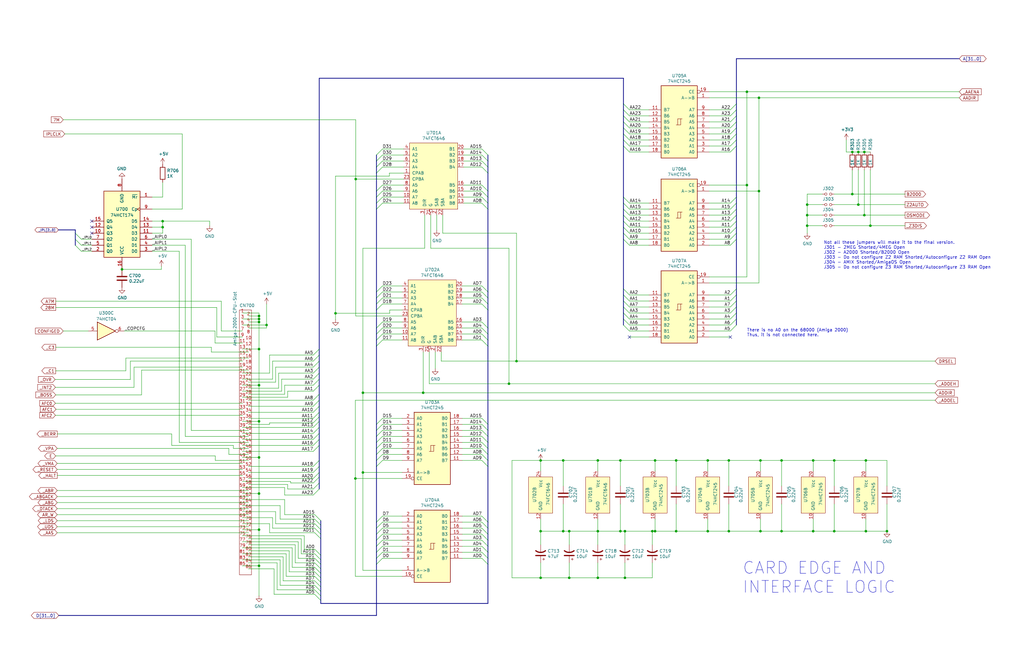
<source format=kicad_sch>
(kicad_sch (version 20211123) (generator eeschema)
  (paper "B")
  (title_block (title "Amiga N2630") (date "2022-06-05") (rev "2.1 QFP"))
  (junction (at 276.225 194.31))
  (junction (at 109.22 133.35))
  (junction (at 285.115 224.155))
  (junction (at 214.63 161.925))
  (junction (at 217.805 152.4))
  (junction (at 263.525 224.155))
  (junction (at 112.395 137.16))
  (junction (at 109.22 193.04))
  (junction (at 314.96 78.105))
  (junction (at 367.03 95.25))
  (junction (at 340.36 90.805))
  (junction (at 285.115 194.31))
  (junction (at 51.435 113.665))
  (junction (at 364.49 90.805))
  (junction (at 109.22 238.76))
  (junction (at 227.965 243.84))
  (junction (at 320.04 41.275))
  (junction (at 237.49 224.155))
  (junction (at 364.49 64.135))
  (junction (at 329.565 224.155))
  (junction (at 329.565 194.31))
  (junction (at 342.9 224.155))
  (junction (at 340.36 86.36))
  (junction (at 342.9 194.31))
  (junction (at 153.035 165.735))
  (junction (at 359.41 81.915))
  (junction (at 276.225 224.155))
  (junction (at 178.435 165.735))
  (junction (at 307.34 194.31))
  (junction (at 252.095 194.31))
  (junction (at 307.34 224.155))
  (junction (at 361.95 64.135))
  (junction (at 374.015 224.155))
  (junction (at 109.22 177.8))
  (junction (at 141.478 132.207))
  (junction (at 261.62 194.31))
  (junction (at 252.095 243.84))
  (junction (at 263.525 243.84))
  (junction (at 365.125 194.31))
  (junction (at 359.41 64.135))
  (junction (at 109.22 208.28))
  (junction (at 361.95 86.36))
  (junction (at 149.86 201.93))
  (junction (at 237.49 194.31))
  (junction (at 275.082 224.155))
  (junction (at 227.965 224.155))
  (junction (at 320.04 80.645))
  (junction (at 109.22 223.52))
  (junction (at 227.965 194.31))
  (junction (at 320.675 224.155))
  (junction (at 109.22 135.89))
  (junction (at 240.03 224.155))
  (junction (at 298.45 194.31))
  (junction (at 68.58 93.345))
  (junction (at 240.03 243.84))
  (junction (at 149.987 75.565))
  (junction (at 261.62 224.155))
  (junction (at 351.79 194.31))
  (junction (at 109.22 147.32))
  (junction (at 340.36 95.25))
  (junction (at 314.96 38.735))
  (junction (at 351.79 224.155))
  (junction (at 109.22 134.62))
  (junction (at 109.22 162.56))
  (junction (at 320.675 194.31))
  (junction (at 153.035 199.39))
  (junction (at 252.095 224.155))
  (junction (at 68.58 95.885))
  (junction (at 365.125 224.155))
  (junction (at 298.45 224.155))
  (no_connect (at 265.43 142.24))
  (no_connect (at 38.735 98.425))
  (no_connect (at 38.735 93.345))
  (no_connect (at 38.735 95.885))
  (no_connect (at 307.975 142.24))
  (bus_entry (at 265.43 98.425) (size -2.54 -2.54))
  (bus_entry (at 132.08 187.96) (size 2.54 -2.54))
  (bus_entry (at 203.2 227.965) (size 2.54 2.54))
  (bus_entry (at 132.715 241.3) (size 2.54 2.54))
  (bus_entry (at 132.715 239.395) (size 2.54 2.54))
  (bus_entry (at 132.715 237.49) (size 2.54 2.54))
  (bus_entry (at 132.715 250.825) (size 2.54 2.54))
  (bus_entry (at 132.715 248.92) (size 2.54 2.54))
  (bus_entry (at 132.715 247.015) (size 2.54 2.54))
  (bus_entry (at 132.715 245.11) (size 2.54 2.54))
  (bus_entry (at 132.715 243.205) (size 2.54 2.54))
  (bus_entry (at 132.715 235.585) (size 2.54 2.54))
  (bus_entry (at 265.43 139.7) (size -2.54 -2.54))
  (bus_entry (at 161.29 125.73) (size -2.54 2.54))
  (bus_entry (at 307.975 95.885) (size 2.54 -2.54))
  (bus_entry (at 307.975 124.46) (size 2.54 -2.54))
  (bus_entry (at 132.08 190.5) (size 2.54 -2.54))
  (bus_entry (at 307.975 127) (size 2.54 -2.54))
  (bus_entry (at 307.975 53.975) (size 2.54 -2.54))
  (bus_entry (at 203.2 230.505) (size 2.54 2.54))
  (bus_entry (at 265.43 100.965) (size -2.54 -2.54))
  (bus_entry (at 265.43 137.16) (size -2.54 -2.54))
  (bus_entry (at 161.29 181.61) (size -2.54 2.54))
  (bus_entry (at 307.975 59.055) (size 2.54 -2.54))
  (bus_entry (at 203.2 233.045) (size 2.54 2.54))
  (bus_entry (at 161.29 220.345) (size -2.54 2.54))
  (bus_entry (at 265.43 64.135) (size -2.54 -2.54))
  (bus_entry (at 34.29 106.045) (size -2.54 -2.54))
  (bus_entry (at 203.2 189.23) (size 2.54 2.54))
  (bus_entry (at 203.2 83.185) (size 2.54 2.54))
  (bus_entry (at 161.29 230.505) (size -2.54 2.54))
  (bus_entry (at 161.29 135.89) (size -2.54 2.54))
  (bus_entry (at 265.43 48.895) (size -2.54 -2.54))
  (bus_entry (at 265.43 132.08) (size -2.54 -2.54))
  (bus_entry (at 132.08 196.85) (size 2.54 -2.54))
  (bus_entry (at 132.08 165.1) (size 2.54 -2.54))
  (bus_entry (at 132.08 162.56) (size 2.54 -2.54))
  (bus_entry (at 132.08 160.02) (size 2.54 -2.54))
  (bus_entry (at 132.08 157.48) (size 2.54 -2.54))
  (bus_entry (at 132.08 154.94) (size 2.54 -2.54))
  (bus_entry (at 132.08 152.4) (size 2.54 -2.54))
  (bus_entry (at 132.08 149.86) (size 2.54 -2.54))
  (bus_entry (at 203.2 65.405) (size 2.54 2.54))
  (bus_entry (at 307.975 51.435) (size 2.54 -2.54))
  (bus_entry (at 265.43 129.54) (size -2.54 -2.54))
  (bus_entry (at 161.29 235.585) (size -2.54 2.54))
  (bus_entry (at 203.2 143.51) (size 2.54 2.54))
  (bus_entry (at 203.2 181.61) (size 2.54 2.54))
  (bus_entry (at 262.89 100.965) (size 2.54 2.54))
  (bus_entry (at 265.43 90.805) (size -2.54 -2.54))
  (bus_entry (at 34.29 103.505) (size -2.54 -2.54))
  (bus_entry (at 203.2 70.485) (size 2.54 2.54))
  (bus_entry (at 307.975 139.7) (size 2.54 -2.54))
  (bus_entry (at 203.2 222.885) (size 2.54 2.54))
  (bus_entry (at 132.08 173.99) (size 2.54 -2.54))
  (bus_entry (at 203.2 179.07) (size 2.54 2.54))
  (bus_entry (at 161.29 80.645) (size -2.54 2.54))
  (bus_entry (at 265.43 53.975) (size -2.54 -2.54))
  (bus_entry (at 34.29 100.965) (size -2.54 -2.54))
  (bus_entry (at 203.2 62.865) (size 2.54 2.54))
  (bus_entry (at 161.29 222.885) (size -2.54 2.54))
  (bus_entry (at 203.2 220.345) (size 2.54 2.54))
  (bus_entry (at 161.29 179.07) (size -2.54 2.54))
  (bus_entry (at 132.715 233.68) (size 2.54 2.54))
  (bus_entry (at 132.715 231.775) (size 2.54 2.54))
  (bus_entry (at 132.715 224.79) (size 2.54 2.54))
  (bus_entry (at 132.715 222.885) (size 2.54 2.54))
  (bus_entry (at 132.715 220.98) (size 2.54 2.54))
  (bus_entry (at 132.715 219.075) (size 2.54 2.54))
  (bus_entry (at 132.715 217.17) (size 2.54 2.54))
  (bus_entry (at 161.29 176.53) (size -2.54 2.54))
  (bus_entry (at 132.08 185.42) (size 2.54 -2.54))
  (bus_entry (at 307.975 98.425) (size 2.54 -2.54))
  (bus_entry (at 203.2 191.77) (size 2.54 2.54))
  (bus_entry (at 307.975 100.965) (size 2.54 -2.54))
  (bus_entry (at 307.975 93.345) (size 2.54 -2.54))
  (bus_entry (at 203.2 138.43) (size 2.54 2.54))
  (bus_entry (at 265.43 124.46) (size -2.54 -2.54))
  (bus_entry (at 307.975 46.355) (size 2.54 -2.54))
  (bus_entry (at 307.975 90.805) (size 2.54 -2.54))
  (bus_entry (at 307.975 103.505) (size 2.54 -2.54))
  (bus_entry (at 161.29 233.045) (size -2.54 2.54))
  (bus_entry (at 203.2 128.27) (size 2.54 2.54))
  (bus_entry (at 307.975 56.515) (size 2.54 -2.54))
  (bus_entry (at 203.2 123.19) (size 2.54 2.54))
  (bus_entry (at 203.2 140.97) (size 2.54 2.54))
  (bus_entry (at 265.43 59.055) (size -2.54 -2.54))
  (bus_entry (at 161.29 140.97) (size -2.54 2.54))
  (bus_entry (at 132.08 201.93) (size 2.54 -2.54))
  (bus_entry (at 161.29 85.725) (size -2.54 2.54))
  (bus_entry (at 161.29 186.69) (size -2.54 2.54))
  (bus_entry (at 132.08 182.88) (size 2.54 -2.54))
  (bus_entry (at 203.2 176.53) (size 2.54 2.54))
  (bus_entry (at 161.29 143.51) (size -2.54 2.54))
  (bus_entry (at 132.08 178.435) (size 2.54 -2.54))
  (bus_entry (at 203.2 80.645) (size 2.54 2.54))
  (bus_entry (at 161.29 83.185) (size -2.54 2.54))
  (bus_entry (at 265.43 134.62) (size -2.54 -2.54))
  (bus_entry (at 161.29 194.31) (size -2.54 2.54))
  (bus_entry (at 265.43 95.885) (size -2.54 -2.54))
  (bus_entry (at 265.43 88.265) (size -2.54 -2.54))
  (bus_entry (at 132.08 199.39) (size 2.54 -2.54))
  (bus_entry (at 203.2 120.65) (size 2.54 2.54))
  (bus_entry (at 161.29 123.19) (size -2.54 2.54))
  (bus_entry (at 265.43 85.725) (size -2.54 -2.54))
  (bus_entry (at 132.08 171.45) (size 2.54 -2.54))
  (bus_entry (at 161.29 225.425) (size -2.54 2.54))
  (bus_entry (at 161.29 138.43) (size -2.54 2.54))
  (bus_entry (at 161.29 67.945) (size -2.54 2.54))
  (bus_entry (at 203.2 186.69) (size 2.54 2.54))
  (bus_entry (at 132.08 176.53) (size 2.54 -2.54))
  (bus_entry (at 307.975 129.54) (size 2.54 -2.54))
  (bus_entry (at 161.29 128.27) (size -2.54 2.54))
  (bus_entry (at 161.29 227.965) (size -2.54 2.54))
  (bus_entry (at 265.43 127) (size -2.54 -2.54))
  (bus_entry (at 161.29 184.15) (size -2.54 2.54))
  (bus_entry (at 265.43 51.435) (size -2.54 -2.54))
  (bus_entry (at 203.2 125.73) (size 2.54 2.54))
  (bus_entry (at 203.2 85.725) (size 2.54 2.54))
  (bus_entry (at 307.975 137.16) (size 2.54 -2.54))
  (bus_entry (at 132.08 168.91) (size 2.54 -2.54))
  (bus_entry (at 203.2 135.89) (size 2.54 2.54))
  (bus_entry (at 161.29 189.23) (size -2.54 2.54))
  (bus_entry (at 161.29 78.105) (size -2.54 2.54))
  (bus_entry (at 132.08 180.34) (size 2.54 -2.54))
  (bus_entry (at 161.29 65.405) (size -2.54 2.54))
  (bus_entry (at 307.975 64.135) (size 2.54 -2.54))
  (bus_entry (at 203.2 67.945) (size 2.54 2.54))
  (bus_entry (at 203.2 194.31) (size 2.54 2.54))
  (bus_entry (at 265.43 93.345) (size -2.54 -2.54))
  (bus_entry (at 307.975 88.265) (size 2.54 -2.54))
  (bus_entry (at 203.2 184.15) (size 2.54 2.54))
  (bus_entry (at 307.975 48.895) (size 2.54 -2.54))
  (bus_entry (at 132.08 208.915) (size 2.54 -2.54))
  (bus_entry (at 132.08 203.835) (size 2.54 -2.54))
  (bus_entry (at 132.08 206.375) (size 2.54 -2.54))
  (bus_entry (at 161.29 191.77) (size -2.54 2.54))
  (bus_entry (at 203.2 217.805) (size 2.54 2.54))
  (bus_entry (at 307.975 85.725) (size 2.54 -2.54))
  (bus_entry (at 158.75 123.19) (size 2.54 -2.54))
  (bus_entry (at 203.2 235.585) (size 2.54 2.54))
  (bus_entry (at 158.75 65.405) (size 2.54 -2.54))
  (bus_entry (at 161.29 217.805) (size -2.54 2.54))
  (bus_entry (at 265.43 61.595) (size -2.54 -2.54))
  (bus_entry (at 203.2 78.105) (size 2.54 2.54))
  (bus_entry (at 265.43 56.515) (size -2.54 -2.54))
  (bus_entry (at 307.975 61.595) (size 2.54 -2.54))
  (bus_entry (at 265.43 46.355) (size -2.54 -2.54))
  (bus_entry (at 307.975 134.62) (size 2.54 -2.54))
  (bus_entry (at 307.975 132.08) (size 2.54 -2.54))
  (bus_entry (at 203.2 225.425) (size 2.54 2.54))
  (bus_entry (at 161.29 70.485) (size -2.54 2.54))
  (wire (pts (xy 273.685 142.24) (xy 265.43 142.24)))
  (bus (pts (xy 205.74 194.31) (xy 205.74 196.85)))
  (bus (pts (xy 134.62 154.94) (xy 134.62 157.48)))
  (wire (pts (xy 120.015 162.56) (xy 120.015 166.37)))
  (wire (pts (xy 113.665 220.98) (xy 113.665 224.79)))
  (wire (pts (xy 273.685 95.885) (xy 265.43 95.885)))
  (wire (pts (xy 102.235 167.64) (xy 121.285 167.64)))
  (wire (pts (xy 374.015 194.31) (xy 374.015 205.105)))
  (wire (pts (xy 102.235 231.14) (xy 123.19 231.14)))
  (wire (pts (xy 96.52 189.23) (xy 24.13 189.23)))
  (bus (pts (xy 205.74 88.265) (xy 205.74 123.19)))
  (wire (pts (xy 169.545 140.97) (xy 161.29 140.97)))
  (wire (pts (xy 194.945 184.15) (xy 203.2 184.15)))
  (wire (pts (xy 263.525 243.84) (xy 275.082 243.84)))
  (bus (pts (xy 158.75 80.645) (xy 158.75 83.185)))
  (bus (pts (xy 262.89 129.54) (xy 262.89 132.08)))
  (wire (pts (xy 121.92 241.3) (xy 132.715 241.3)))
  (wire (pts (xy 128.27 226.06) (xy 128.27 231.775)))
  (bus (pts (xy 158.75 235.585) (xy 158.75 238.125)))
  (wire (pts (xy 104.775 138.43) (xy 112.395 138.43)))
  (wire (pts (xy 194.945 227.965) (xy 203.2 227.965)))
  (bus (pts (xy 135.255 223.52) (xy 135.255 225.425)))
  (wire (pts (xy 169.545 143.51) (xy 161.29 143.51)))
  (wire (pts (xy 26.67 139.7) (xy 37.211 139.7)))
  (wire (pts (xy 104.775 156.21) (xy 59.69 156.21)))
  (bus (pts (xy 135.255 240.03) (xy 135.255 241.935)))
  (bus (pts (xy 262.89 98.425) (xy 262.89 100.965)))
  (wire (pts (xy 109.22 132.08) (xy 109.22 133.35)))
  (wire (pts (xy 104.775 173.99) (xy 132.08 173.99)))
  (wire (pts (xy 52.451 139.7) (xy 90.678 139.7)))
  (wire (pts (xy 365.125 198.755) (xy 365.125 194.31)))
  (wire (pts (xy 102.235 132.08) (xy 109.22 132.08)))
  (wire (pts (xy 153.035 199.39) (xy 153.035 240.665)))
  (wire (pts (xy 90.805 194.31) (xy 90.805 192.405)))
  (wire (pts (xy 273.685 88.265) (xy 265.43 88.265)))
  (wire (pts (xy 299.085 85.725) (xy 307.975 85.725)))
  (wire (pts (xy 320.675 194.31) (xy 329.565 194.31)))
  (wire (pts (xy 149.86 243.205) (xy 169.545 243.205)))
  (wire (pts (xy 89.154 146.558) (xy 89.154 148.59)))
  (wire (pts (xy 78.105 103.505) (xy 78.105 184.15)))
  (wire (pts (xy 112.395 137.16) (xy 112.395 128.27)))
  (wire (pts (xy 227.965 194.31) (xy 237.49 194.31)))
  (wire (pts (xy 299.085 53.975) (xy 307.975 53.975)))
  (wire (pts (xy 27.305 56.515) (xy 76.835 56.515)))
  (wire (pts (xy 276.225 194.31) (xy 285.115 194.31)))
  (wire (pts (xy 346.71 95.25) (xy 340.36 95.25)))
  (wire (pts (xy 276.225 198.755) (xy 276.225 194.31)))
  (bus (pts (xy 134.62 177.8) (xy 134.62 180.34)))
  (bus (pts (xy 262.89 90.805) (xy 262.89 93.345)))
  (wire (pts (xy 340.36 81.915) (xy 340.36 86.36)))
  (wire (pts (xy 102.235 187.96) (xy 132.08 187.96)))
  (wire (pts (xy 169.545 191.77) (xy 161.29 191.77)))
  (wire (pts (xy 169.545 179.07) (xy 161.29 179.07)))
  (wire (pts (xy 153.035 240.665) (xy 169.545 240.665)))
  (bus (pts (xy 310.515 53.975) (xy 310.515 56.515)))
  (wire (pts (xy 361.95 86.36) (xy 381.635 86.36)))
  (wire (pts (xy 102.235 198.12) (xy 24.13 198.12)))
  (bus (pts (xy 205.74 179.07) (xy 205.74 181.61)))
  (wire (pts (xy 102.235 236.22) (xy 118.11 236.22)))
  (wire (pts (xy 72.39 183.134) (xy 72.39 187.96)))
  (bus (pts (xy 310.515 51.435) (xy 310.515 53.975)))
  (wire (pts (xy 169.545 189.23) (xy 161.29 189.23)))
  (wire (pts (xy 104.775 191.77) (xy 96.52 191.77)))
  (wire (pts (xy 104.775 196.85) (xy 132.08 196.85)))
  (wire (pts (xy 120.015 217.17) (xy 132.715 217.17)))
  (wire (pts (xy 195.58 70.485) (xy 203.2 70.485)))
  (wire (pts (xy 194.945 194.31) (xy 203.2 194.31)))
  (wire (pts (xy 170.18 70.485) (xy 161.29 70.485)))
  (bus (pts (xy 134.62 152.4) (xy 134.62 154.94)))
  (wire (pts (xy 217.805 152.4) (xy 394.335 152.4)))
  (wire (pts (xy 340.36 95.25) (xy 340.36 98.425)))
  (wire (pts (xy 113.665 157.48) (xy 113.665 149.86)))
  (wire (pts (xy 104.775 184.15) (xy 78.105 184.15)))
  (bus (pts (xy 134.62 33.02) (xy 134.62 147.32)))
  (wire (pts (xy 169.545 186.69) (xy 161.29 186.69)))
  (wire (pts (xy 314.96 38.735) (xy 299.085 38.735)))
  (bus (pts (xy 205.74 140.97) (xy 205.74 143.51)))
  (wire (pts (xy 169.545 220.345) (xy 161.29 220.345)))
  (bus (pts (xy 262.89 95.885) (xy 262.89 98.425)))
  (wire (pts (xy 194.945 143.51) (xy 203.2 143.51)))
  (bus (pts (xy 310.515 95.885) (xy 310.515 98.425)))
  (wire (pts (xy 109.22 208.28) (xy 109.22 223.52)))
  (wire (pts (xy 149.86 201.93) (xy 149.86 243.205)))
  (bus (pts (xy 158.75 233.045) (xy 158.75 235.585)))
  (wire (pts (xy 118.11 219.075) (xy 132.715 219.075)))
  (wire (pts (xy 56.515 163.449) (xy 56.515 154.94)))
  (bus (pts (xy 262.89 85.725) (xy 262.89 88.265)))
  (wire (pts (xy 170.18 65.405) (xy 161.29 65.405)))
  (bus (pts (xy 31.75 98.425) (xy 31.75 100.965)))
  (wire (pts (xy 102.235 152.4) (xy 54.991 152.4)))
  (wire (pts (xy 340.36 86.36) (xy 340.36 90.805)))
  (wire (pts (xy 194.945 176.53) (xy 203.2 176.53)))
  (bus (pts (xy 205.74 85.725) (xy 205.74 88.265)))
  (wire (pts (xy 351.79 95.25) (xy 367.03 95.25)))
  (bus (pts (xy 134.62 166.37) (xy 134.62 168.91)))
  (wire (pts (xy 342.9 198.755) (xy 342.9 194.31)))
  (wire (pts (xy 109.22 193.04) (xy 109.22 208.28)))
  (wire (pts (xy 113.665 224.79) (xy 132.715 224.79)))
  (wire (pts (xy 346.71 90.805) (xy 340.36 90.805)))
  (bus (pts (xy 134.62 199.39) (xy 134.62 201.295)))
  (wire (pts (xy 104.775 217.17) (xy 24.13 217.17)))
  (wire (pts (xy 104.775 148.59) (xy 89.154 148.59)))
  (wire (pts (xy 102.235 180.34) (xy 132.08 180.34)))
  (wire (pts (xy 178.435 165.735) (xy 153.035 165.735)))
  (bus (pts (xy 262.89 51.435) (xy 262.89 53.975)))
  (bus (pts (xy 310.515 43.815) (xy 310.515 46.355)))
  (bus (pts (xy 310.515 129.54) (xy 310.515 132.08)))
  (bus (pts (xy 135.255 245.745) (xy 135.255 247.65)))
  (bus (pts (xy 262.89 33.02) (xy 134.62 33.02)))
  (wire (pts (xy 178.435 165.735) (xy 178.435 148.59)))
  (bus (pts (xy 158.75 70.485) (xy 158.75 73.025)))
  (wire (pts (xy 273.685 56.515) (xy 265.43 56.515)))
  (wire (pts (xy 299.085 132.08) (xy 307.975 132.08)))
  (wire (pts (xy 122.555 203.2) (xy 122.555 203.835)))
  (bus (pts (xy 158.75 138.43) (xy 158.75 140.97)))
  (wire (pts (xy 23.622 172.72) (xy 102.235 172.72)))
  (wire (pts (xy 64.135 98.425) (xy 68.58 98.425)))
  (wire (pts (xy 285.115 224.155) (xy 298.45 224.155)))
  (wire (pts (xy 314.96 78.105) (xy 314.96 38.735)))
  (wire (pts (xy 109.22 162.56) (xy 109.22 177.8)))
  (wire (pts (xy 104.775 135.89) (xy 109.22 135.89)))
  (wire (pts (xy 68.58 95.885) (xy 68.58 98.425)))
  (bus (pts (xy 205.74 146.05) (xy 205.74 179.07)))
  (bus (pts (xy 158.75 128.27) (xy 158.75 130.81)))
  (wire (pts (xy 170.18 62.865) (xy 161.29 62.865)))
  (bus (pts (xy 31.75 97.028) (xy 31.75 98.425)))
  (wire (pts (xy 169.545 230.505) (xy 161.29 230.505)))
  (wire (pts (xy 307.975 142.24) (xy 299.085 142.24)))
  (wire (pts (xy 102.235 165.1) (xy 118.745 165.1)))
  (bus (pts (xy 158.75 196.85) (xy 158.75 220.345)))
  (wire (pts (xy 118.11 247.015) (xy 132.715 247.015)))
  (bus (pts (xy 158.75 186.69) (xy 158.75 189.23)))
  (bus (pts (xy 205.74 67.945) (xy 205.74 70.485)))
  (wire (pts (xy 88.392 93.345) (xy 88.392 95.25)))
  (wire (pts (xy 102.235 142.24) (xy 91.44 142.24)))
  (wire (pts (xy 120.015 208.915) (xy 132.08 208.915)))
  (wire (pts (xy 102.235 220.98) (xy 113.665 220.98)))
  (wire (pts (xy 104.775 201.93) (xy 132.08 201.93)))
  (wire (pts (xy 273.685 61.595) (xy 265.43 61.595)))
  (wire (pts (xy 273.685 85.725) (xy 265.43 85.725)))
  (wire (pts (xy 104.775 207.01) (xy 24.13 207.01)))
  (bus (pts (xy 158.75 227.965) (xy 158.75 230.505)))
  (wire (pts (xy 320.04 41.275) (xy 299.085 41.275)))
  (bus (pts (xy 205.74 225.425) (xy 205.74 227.965)))
  (wire (pts (xy 23.241 160.147) (xy 54.991 160.147)))
  (wire (pts (xy 364.49 64.135) (xy 367.03 64.135)))
  (wire (pts (xy 299.085 98.425) (xy 307.975 98.425)))
  (wire (pts (xy 367.03 71.755) (xy 367.03 95.25)))
  (wire (pts (xy 124.46 237.49) (xy 132.715 237.49)))
  (wire (pts (xy 115.57 240.03) (xy 115.57 250.825)))
  (bus (pts (xy 135.255 221.615) (xy 135.255 223.52)))
  (wire (pts (xy 109.22 133.35) (xy 109.22 134.62)))
  (bus (pts (xy 134.62 175.895) (xy 134.62 177.8)))
  (bus (pts (xy 134.62 180.34) (xy 134.62 182.88)))
  (wire (pts (xy 102.235 193.04) (xy 109.22 193.04)))
  (wire (pts (xy 273.685 51.435) (xy 265.43 51.435)))
  (bus (pts (xy 262.89 121.92) (xy 262.89 124.46)))
  (wire (pts (xy 122.555 203.835) (xy 132.08 203.835)))
  (wire (pts (xy 59.69 166.624) (xy 59.69 156.21)))
  (bus (pts (xy 158.75 67.945) (xy 158.75 70.485)))
  (wire (pts (xy 299.085 100.965) (xy 307.975 100.965)))
  (wire (pts (xy 51.435 113.665) (xy 68.072 113.665)))
  (bus (pts (xy 205.74 184.15) (xy 205.74 186.69)))
  (wire (pts (xy 102.235 144.78) (xy 90.678 144.78)))
  (wire (pts (xy 169.545 130.81) (xy 164.338 130.81)))
  (wire (pts (xy 109.22 135.89) (xy 109.22 147.32)))
  (bus (pts (xy 158.75 189.23) (xy 158.75 191.77)))
  (wire (pts (xy 320.675 198.755) (xy 320.675 194.31)))
  (wire (pts (xy 68.58 83.185) (xy 64.135 83.185)))
  (wire (pts (xy 195.58 80.645) (xy 203.2 80.645)))
  (bus (pts (xy 158.75 220.345) (xy 158.75 222.885)))
  (wire (pts (xy 53.086 151.13) (xy 53.086 156.464)))
  (wire (pts (xy 169.545 184.15) (xy 161.29 184.15)))
  (wire (pts (xy 351.79 194.31) (xy 365.125 194.31)))
  (wire (pts (xy 120.015 205.74) (xy 120.015 208.915)))
  (bus (pts (xy 135.255 219.71) (xy 135.255 221.615)))
  (bus (pts (xy 310.515 61.595) (xy 310.515 83.185)))
  (wire (pts (xy 252.095 224.155) (xy 261.62 224.155)))
  (wire (pts (xy 194.945 181.61) (xy 203.2 181.61)))
  (wire (pts (xy 102.235 203.2) (xy 122.555 203.2)))
  (bus (pts (xy 135.255 247.65) (xy 135.255 249.555)))
  (wire (pts (xy 195.58 83.185) (xy 203.2 83.185)))
  (bus (pts (xy 310.515 134.62) (xy 310.515 137.16)))
  (bus (pts (xy 158.75 191.77) (xy 158.75 194.31)))
  (wire (pts (xy 132.08 178.435) (xy 113.665 178.435)))
  (wire (pts (xy 299.085 93.345) (xy 307.975 93.345)))
  (wire (pts (xy 102.235 182.88) (xy 132.08 182.88)))
  (wire (pts (xy 214.63 161.925) (xy 180.975 161.925)))
  (wire (pts (xy 240.03 229.87) (xy 240.03 224.155)))
  (wire (pts (xy 299.085 78.105) (xy 314.96 78.105)))
  (wire (pts (xy 346.71 86.36) (xy 340.36 86.36)))
  (wire (pts (xy 169.545 176.53) (xy 161.29 176.53)))
  (wire (pts (xy 102.235 137.16) (xy 112.395 137.16)))
  (wire (pts (xy 116.205 220.98) (xy 132.715 220.98)))
  (bus (pts (xy 135.255 251.46) (xy 135.255 253.365)))
  (wire (pts (xy 170.18 78.105) (xy 161.29 78.105)))
  (wire (pts (xy 194.945 191.77) (xy 203.2 191.77)))
  (wire (pts (xy 299.085 56.515) (xy 307.975 56.515)))
  (wire (pts (xy 102.235 205.74) (xy 120.015 205.74)))
  (wire (pts (xy 195.58 85.725) (xy 203.2 85.725)))
  (wire (pts (xy 38.735 103.505) (xy 34.29 103.505)))
  (wire (pts (xy 261.62 194.31) (xy 276.225 194.31)))
  (wire (pts (xy 374.015 224.155) (xy 374.015 212.725)))
  (wire (pts (xy 153.035 165.735) (xy 153.035 104.775)))
  (bus (pts (xy 310.515 127) (xy 310.515 129.54)))
  (wire (pts (xy 64.135 93.345) (xy 68.58 93.345)))
  (wire (pts (xy 237.49 224.155) (xy 240.03 224.155)))
  (wire (pts (xy 102.235 134.62) (xy 109.22 134.62)))
  (wire (pts (xy 194.945 220.345) (xy 203.2 220.345)))
  (wire (pts (xy 320.04 80.645) (xy 320.04 41.275)))
  (wire (pts (xy 64.135 95.885) (xy 68.58 95.885)))
  (wire (pts (xy 181.61 104.775) (xy 214.63 104.775)))
  (wire (pts (xy 217.805 152.4) (xy 186.055 152.4)))
  (wire (pts (xy 102.235 228.6) (xy 125.73 228.6)))
  (wire (pts (xy 102.235 226.06) (xy 128.27 226.06)))
  (wire (pts (xy 102.235 195.58) (xy 24.13 195.58)))
  (wire (pts (xy 164.338 130.81) (xy 164.338 132.207)))
  (wire (pts (xy 169.545 225.425) (xy 161.29 225.425)))
  (bus (pts (xy 135.255 236.22) (xy 135.255 238.125)))
  (wire (pts (xy 104.775 161.29) (xy 116.205 161.29)))
  (wire (pts (xy 116.205 215.9) (xy 116.205 220.98)))
  (bus (pts (xy 310.515 121.92) (xy 310.515 124.46)))
  (wire (pts (xy 351.79 224.155) (xy 365.125 224.155)))
  (wire (pts (xy 299.085 124.46) (xy 307.975 124.46)))
  (bus (pts (xy 134.62 201.295) (xy 134.62 203.835)))
  (wire (pts (xy 121.92 232.41) (xy 121.92 241.3)))
  (bus (pts (xy 205.74 80.645) (xy 205.74 83.185)))
  (wire (pts (xy 104.775 212.09) (xy 24.13 212.09)))
  (wire (pts (xy 169.545 135.89) (xy 161.29 135.89)))
  (bus (pts (xy 134.62 203.835) (xy 134.62 206.375)))
  (bus (pts (xy 205.74 70.485) (xy 205.74 73.025)))
  (bus (pts (xy 262.89 88.265) (xy 262.89 90.805)))
  (wire (pts (xy 320.675 224.155) (xy 329.565 224.155)))
  (wire (pts (xy 252.095 198.755) (xy 252.095 194.31)))
  (wire (pts (xy 195.58 67.945) (xy 203.2 67.945)))
  (bus (pts (xy 262.89 33.02) (xy 262.89 43.815)))
  (wire (pts (xy 102.235 157.48) (xy 113.665 157.48)))
  (wire (pts (xy 116.84 237.49) (xy 116.84 248.92)))
  (wire (pts (xy 120.015 210.82) (xy 120.015 217.17)))
  (bus (pts (xy 158.75 140.97) (xy 158.75 143.51)))
  (wire (pts (xy 169.545 222.885) (xy 161.29 222.885)))
  (wire (pts (xy 23.368 175.26) (xy 102.235 175.26)))
  (wire (pts (xy 109.22 177.8) (xy 109.22 193.04)))
  (wire (pts (xy 314.96 116.84) (xy 314.96 78.105)))
  (bus (pts (xy 262.89 93.345) (xy 262.89 95.885)))
  (wire (pts (xy 240.03 243.84) (xy 252.095 243.84)))
  (bus (pts (xy 158.75 83.185) (xy 158.75 85.725)))
  (bus (pts (xy 310.515 85.725) (xy 310.515 88.265)))
  (bus (pts (xy 205.74 235.585) (xy 205.74 238.125)))
  (wire (pts (xy 104.775 224.79) (xy 24.13 224.79)))
  (wire (pts (xy 320.675 219.075) (xy 320.675 224.155)))
  (wire (pts (xy 263.525 224.155) (xy 275.082 224.155)))
  (wire (pts (xy 240.03 224.155) (xy 252.095 224.155)))
  (wire (pts (xy 329.565 194.31) (xy 342.9 194.31)))
  (bus (pts (xy 205.74 220.345) (xy 205.74 222.885)))
  (wire (pts (xy 119.38 245.11) (xy 132.715 245.11)))
  (wire (pts (xy 118.11 213.36) (xy 118.11 219.075)))
  (wire (pts (xy 104.775 209.55) (xy 24.13 209.55)))
  (wire (pts (xy 102.235 162.56) (xy 109.22 162.56)))
  (wire (pts (xy 113.665 178.435) (xy 113.665 179.07)))
  (wire (pts (xy 298.45 194.31) (xy 307.34 194.31)))
  (wire (pts (xy 194.945 189.23) (xy 203.2 189.23)))
  (bus (pts (xy 310.515 59.055) (xy 310.515 61.595)))
  (wire (pts (xy 132.08 165.1) (xy 121.285 165.1)))
  (bus (pts (xy 205.74 73.025) (xy 205.74 80.645)))
  (wire (pts (xy 26.67 50.546) (xy 149.987 50.546)))
  (wire (pts (xy 298.45 219.075) (xy 298.45 224.155)))
  (wire (pts (xy 186.055 152.4) (xy 186.055 148.59)))
  (wire (pts (xy 194.945 235.585) (xy 203.2 235.585)))
  (wire (pts (xy 104.775 227.33) (xy 127 227.33)))
  (wire (pts (xy 23.495 166.624) (xy 59.69 166.624)))
  (wire (pts (xy 149.987 50.546) (xy 149.987 75.565)))
  (bus (pts (xy 310.515 83.185) (xy 310.515 85.725)))
  (wire (pts (xy 169.545 125.73) (xy 161.29 125.73)))
  (wire (pts (xy 273.685 53.975) (xy 265.43 53.975)))
  (wire (pts (xy 299.085 103.505) (xy 307.975 103.505)))
  (wire (pts (xy 320.04 41.275) (xy 404.495 41.275)))
  (bus (pts (xy 134.62 194.31) (xy 134.62 196.85)))
  (wire (pts (xy 141.478 74.295) (xy 164.211 74.295)))
  (wire (pts (xy 299.085 61.595) (xy 307.975 61.595)))
  (wire (pts (xy 307.34 212.725) (xy 307.34 224.155)))
  (wire (pts (xy 104.775 199.39) (xy 132.08 199.39)))
  (wire (pts (xy 275.082 224.155) (xy 276.225 224.155)))
  (wire (pts (xy 364.49 90.805) (xy 381.635 90.805)))
  (wire (pts (xy 273.685 59.055) (xy 265.43 59.055)))
  (wire (pts (xy 273.685 139.7) (xy 265.43 139.7)))
  (wire (pts (xy 261.62 205.105) (xy 261.62 194.31)))
  (bus (pts (xy 205.74 65.405) (xy 205.74 67.945)))
  (bus (pts (xy 310.515 88.265) (xy 310.515 90.805)))
  (wire (pts (xy 149.987 75.565) (xy 170.18 75.565)))
  (wire (pts (xy 351.79 205.105) (xy 351.79 194.31)))
  (wire (pts (xy 102.235 238.76) (xy 109.22 238.76)))
  (bus (pts (xy 262.89 124.46) (xy 262.89 127)))
  (bus (pts (xy 135.255 241.935) (xy 135.255 243.84)))
  (wire (pts (xy 215.9 194.31) (xy 227.965 194.31)))
  (wire (pts (xy 68.072 112.395) (xy 68.072 113.665)))
  (wire (pts (xy 104.775 214.63) (xy 24.13 214.63)))
  (wire (pts (xy 195.58 78.105) (xy 203.2 78.105)))
  (wire (pts (xy 68.58 93.345) (xy 68.58 95.885)))
  (wire (pts (xy 273.685 132.08) (xy 265.43 132.08)))
  (bus (pts (xy 205.74 196.85) (xy 205.74 220.345)))
  (wire (pts (xy 169.545 217.805) (xy 161.29 217.805)))
  (wire (pts (xy 127 233.68) (xy 132.715 233.68)))
  (wire (pts (xy 104.775 229.87) (xy 124.46 229.87)))
  (wire (pts (xy 102.235 215.9) (xy 116.205 215.9)))
  (wire (pts (xy 169.545 199.39) (xy 153.035 199.39)))
  (wire (pts (xy 123.19 239.395) (xy 132.715 239.395)))
  (bus (pts (xy 134.62 171.45) (xy 134.62 173.99)))
  (wire (pts (xy 195.58 62.865) (xy 203.2 62.865)))
  (wire (pts (xy 118.745 160.02) (xy 118.745 165.1)))
  (wire (pts (xy 90.805 192.405) (xy 23.495 192.405)))
  (bus (pts (xy 205.74 143.51) (xy 205.74 146.05)))
  (wire (pts (xy 169.545 123.19) (xy 161.29 123.19)))
  (wire (pts (xy 23.495 129.794) (xy 91.44 129.794)))
  (wire (pts (xy 217.805 98.425) (xy 217.805 152.4)))
  (bus (pts (xy 158.75 85.725) (xy 158.75 88.265)))
  (wire (pts (xy 227.965 198.755) (xy 227.965 194.31)))
  (wire (pts (xy 170.18 83.185) (xy 161.29 83.185)))
  (bus (pts (xy 262.89 56.515) (xy 262.89 59.055)))
  (wire (pts (xy 109.22 147.32) (xy 109.22 162.56)))
  (wire (pts (xy 38.735 106.045) (xy 34.29 106.045)))
  (wire (pts (xy 227.965 229.87) (xy 227.965 224.155)))
  (wire (pts (xy 153.035 165.735) (xy 153.035 199.39)))
  (wire (pts (xy 120.65 233.68) (xy 120.65 243.205)))
  (wire (pts (xy 342.9 219.075) (xy 342.9 224.155)))
  (wire (pts (xy 351.79 86.36) (xy 361.95 86.36)))
  (bus (pts (xy 205.74 138.43) (xy 205.74 140.97)))
  (bus (pts (xy 205.74 227.965) (xy 205.74 230.505)))
  (wire (pts (xy 273.685 93.345) (xy 265.43 93.345)))
  (wire (pts (xy 117.475 157.48) (xy 117.475 163.83)))
  (wire (pts (xy 252.095 229.87) (xy 252.095 224.155)))
  (wire (pts (xy 164.211 74.295) (xy 164.211 73.025)))
  (bus (pts (xy 262.89 46.355) (xy 262.89 48.895)))
  (wire (pts (xy 118.11 236.22) (xy 118.11 247.015)))
  (bus (pts (xy 135.255 253.365) (xy 135.255 254.635)))
  (wire (pts (xy 275.082 229.87) (xy 275.082 224.155)))
  (bus (pts (xy 158.75 65.405) (xy 158.75 67.945)))
  (bus (pts (xy 205.74 222.885) (xy 205.74 225.425)))
  (wire (pts (xy 273.685 98.425) (xy 265.43 98.425)))
  (wire (pts (xy 361.95 64.135) (xy 364.49 64.135)))
  (bus (pts (xy 158.75 259.715) (xy 24.765 259.715)))
  (wire (pts (xy 141.478 132.207) (xy 141.478 74.295)))
  (bus (pts (xy 31.75 100.965) (xy 31.75 103.505)))
  (wire (pts (xy 98.425 187.96) (xy 72.39 187.96)))
  (wire (pts (xy 356.87 64.135) (xy 359.41 64.135)))
  (wire (pts (xy 54.991 160.147) (xy 54.991 152.4)))
  (bus (pts (xy 205.74 233.045) (xy 205.74 235.585)))
  (wire (pts (xy 361.95 71.755) (xy 361.95 86.36)))
  (wire (pts (xy 276.225 224.155) (xy 285.115 224.155)))
  (wire (pts (xy 104.775 234.95) (xy 119.38 234.95)))
  (wire (pts (xy 90.678 139.7) (xy 90.678 144.78)))
  (bus (pts (xy 134.62 182.88) (xy 134.62 185.42)))
  (wire (pts (xy 102.235 200.66) (xy 24.13 200.66)))
  (wire (pts (xy 285.115 205.105) (xy 285.115 194.31)))
  (wire (pts (xy 104.775 204.47) (xy 121.285 204.47)))
  (bus (pts (xy 158.75 146.05) (xy 158.75 179.07)))
  (wire (pts (xy 299.085 127) (xy 307.975 127)))
  (bus (pts (xy 158.75 143.51) (xy 158.75 146.05)))
  (wire (pts (xy 359.41 81.915) (xy 381.635 81.915)))
  (wire (pts (xy 120.65 243.205) (xy 132.715 243.205)))
  (wire (pts (xy 299.085 46.355) (xy 307.975 46.355)))
  (wire (pts (xy 64.135 106.045) (xy 75.565 106.045)))
  (wire (pts (xy 329.565 212.725) (xy 329.565 224.155)))
  (bus (pts (xy 205.74 238.125) (xy 205.74 254.635)))
  (wire (pts (xy 186.69 90.805) (xy 186.69 98.425)))
  (wire (pts (xy 23.495 146.558) (xy 89.154 146.558)))
  (wire (pts (xy 169.545 128.27) (xy 161.29 128.27)))
  (bus (pts (xy 205.74 189.23) (xy 205.74 191.77)))
  (wire (pts (xy 299.085 80.645) (xy 320.04 80.645)))
  (wire (pts (xy 38.735 100.965) (xy 34.29 100.965)))
  (wire (pts (xy 186.69 98.425) (xy 217.805 98.425)))
  (wire (pts (xy 115.57 250.825) (xy 132.715 250.825)))
  (wire (pts (xy 121.285 206.375) (xy 132.08 206.375)))
  (wire (pts (xy 342.9 194.31) (xy 351.79 194.31)))
  (wire (pts (xy 273.685 90.805) (xy 265.43 90.805)))
  (wire (pts (xy 169.545 138.43) (xy 161.29 138.43)))
  (bus (pts (xy 310.515 98.425) (xy 310.515 100.965)))
  (bus (pts (xy 158.75 125.73) (xy 158.75 128.27)))
  (wire (pts (xy 307.34 194.31) (xy 320.675 194.31)))
  (bus (pts (xy 205.74 125.73) (xy 205.74 128.27)))
  (wire (pts (xy 104.775 189.23) (xy 98.425 189.23)))
  (bus (pts (xy 135.255 234.315) (xy 135.255 236.22)))
  (bus (pts (xy 205.74 130.81) (xy 205.74 138.43)))
  (wire (pts (xy 141.478 132.207) (xy 164.338 132.207)))
  (wire (pts (xy 119.38 234.95) (xy 119.38 245.11)))
  (wire (pts (xy 169.545 194.31) (xy 161.29 194.31)))
  (bus (pts (xy 262.89 83.185) (xy 262.89 85.725)))
  (wire (pts (xy 102.235 139.7) (xy 93.345 139.7)))
  (bus (pts (xy 134.62 149.86) (xy 134.62 152.4)))
  (wire (pts (xy 359.41 64.135) (xy 361.95 64.135)))
  (wire (pts (xy 356.87 59.055) (xy 356.87 64.135)))
  (wire (pts (xy 214.63 161.925) (xy 394.335 161.925)))
  (bus (pts (xy 310.515 24.765) (xy 310.515 43.815)))
  (wire (pts (xy 276.225 219.075) (xy 276.225 224.155)))
  (wire (pts (xy 169.545 181.61) (xy 161.29 181.61)))
  (wire (pts (xy 299.085 137.16) (xy 307.975 137.16)))
  (wire (pts (xy 170.18 85.725) (xy 161.29 85.725)))
  (wire (pts (xy 104.775 219.71) (xy 24.13 219.71)))
  (wire (pts (xy 102.235 147.32) (xy 109.22 147.32)))
  (wire (pts (xy 261.62 224.155) (xy 263.525 224.155)))
  (wire (pts (xy 149.86 168.91) (xy 394.335 168.91)))
  (bus (pts (xy 158.75 123.19) (xy 158.75 125.73)))
  (wire (pts (xy 265.43 103.505) (xy 273.685 103.505)))
  (wire (pts (xy 299.085 116.84) (xy 314.96 116.84)))
  (wire (pts (xy 240.03 237.49) (xy 240.03 243.84)))
  (bus (pts (xy 158.75 184.15) (xy 158.75 186.69)))
  (wire (pts (xy 141.478 132.207) (xy 141.478 134.874)))
  (wire (pts (xy 364.49 71.755) (xy 364.49 90.805)))
  (wire (pts (xy 127 227.33) (xy 127 233.68)))
  (wire (pts (xy 194.945 186.69) (xy 203.2 186.69)))
  (wire (pts (xy 273.685 127) (xy 265.43 127)))
  (wire (pts (xy 285.115 194.31) (xy 298.45 194.31)))
  (wire (pts (xy 252.095 194.31) (xy 261.62 194.31)))
  (bus (pts (xy 134.62 162.56) (xy 134.62 166.37)))
  (wire (pts (xy 181.61 90.805) (xy 181.61 104.775)))
  (wire (pts (xy 102.235 223.52) (xy 109.22 223.52)))
  (wire (pts (xy 132.08 160.02) (xy 118.745 160.02)))
  (wire (pts (xy 299.085 119.38) (xy 320.04 119.38)))
  (bus (pts (xy 310.515 48.895) (xy 310.515 51.435)))
  (wire (pts (xy 178.435 165.735) (xy 394.335 165.735)))
  (wire (pts (xy 114.935 222.885) (xy 132.715 222.885)))
  (bus (pts (xy 24.638 97.028) (xy 31.75 97.028)))
  (wire (pts (xy 93.345 139.7) (xy 93.345 127.127)))
  (wire (pts (xy 194.945 140.97) (xy 203.2 140.97)))
  (wire (pts (xy 273.685 100.965) (xy 265.43 100.965)))
  (wire (pts (xy 237.49 205.105) (xy 237.49 194.31)))
  (wire (pts (xy 298.45 224.155) (xy 307.34 224.155)))
  (wire (pts (xy 365.125 219.075) (xy 365.125 224.155)))
  (wire (pts (xy 104.775 171.45) (xy 132.08 171.45)))
  (wire (pts (xy 109.22 134.62) (xy 109.22 135.89)))
  (wire (pts (xy 113.665 149.86) (xy 132.08 149.86)))
  (wire (pts (xy 194.945 233.045) (xy 203.2 233.045)))
  (wire (pts (xy 102.235 218.44) (xy 114.935 218.44)))
  (wire (pts (xy 102.235 208.28) (xy 109.22 208.28)))
  (bus (pts (xy 158.75 194.31) (xy 158.75 196.85)))
  (bus (pts (xy 158.75 73.025) (xy 158.75 80.645)))
  (wire (pts (xy 114.935 218.44) (xy 114.935 222.885)))
  (wire (pts (xy 285.115 212.725) (xy 285.115 224.155)))
  (wire (pts (xy 76.835 56.515) (xy 76.835 88.265)))
  (wire (pts (xy 68.58 93.345) (xy 88.392 93.345)))
  (wire (pts (xy 102.235 154.94) (xy 56.515 154.94)))
  (bus (pts (xy 310.515 46.355) (xy 310.515 48.895)))
  (bus (pts (xy 310.515 93.345) (xy 310.515 95.885)))
  (wire (pts (xy 195.58 65.405) (xy 203.2 65.405)))
  (bus (pts (xy 205.74 230.505) (xy 205.74 233.045)))
  (wire (pts (xy 125.73 235.585) (xy 132.715 235.585)))
  (wire (pts (xy 194.945 138.43) (xy 203.2 138.43)))
  (wire (pts (xy 132.08 162.56) (xy 120.015 162.56)))
  (wire (pts (xy 53.086 151.13) (xy 104.775 151.13)))
  (bus (pts (xy 134.62 187.96) (xy 134.62 194.31)))
  (wire (pts (xy 112.395 138.43) (xy 112.395 137.16)))
  (bus (pts (xy 262.89 59.055) (xy 262.89 61.595)))
  (bus (pts (xy 134.62 185.42) (xy 134.62 187.96)))
  (wire (pts (xy 261.62 212.725) (xy 261.62 224.155)))
  (wire (pts (xy 365.125 194.31) (xy 374.015 194.31)))
  (wire (pts (xy 80.645 100.965) (xy 80.645 181.61)))
  (wire (pts (xy 23.368 163.449) (xy 56.515 163.449)))
  (wire (pts (xy 121.285 204.47) (xy 121.285 206.375)))
  (bus (pts (xy 135.255 254.635) (xy 205.74 254.635)))
  (wire (pts (xy 104.775 240.03) (xy 115.57 240.03)))
  (wire (pts (xy 169.545 201.93) (xy 149.86 201.93)))
  (wire (pts (xy 104.775 133.35) (xy 109.22 133.35)))
  (wire (pts (xy 104.775 176.53) (xy 132.08 176.53)))
  (wire (pts (xy 116.205 154.94) (xy 116.205 161.29)))
  (wire (pts (xy 104.775 222.25) (xy 24.13 222.25)))
  (wire (pts (xy 194.945 135.89) (xy 203.2 135.89)))
  (bus (pts (xy 310.515 90.805) (xy 310.515 93.345)))
  (wire (pts (xy 124.46 229.87) (xy 124.46 237.49)))
  (wire (pts (xy 104.775 186.69) (xy 75.565 186.69)))
  (wire (pts (xy 365.125 224.155) (xy 374.015 224.155)))
  (wire (pts (xy 273.685 46.355) (xy 265.43 46.355)))
  (wire (pts (xy 215.9 243.84) (xy 215.9 194.31)))
  (wire (pts (xy 299.085 90.805) (xy 307.975 90.805)))
  (wire (pts (xy 183.515 148.59) (xy 183.515 155.575)))
  (wire (pts (xy 53.086 156.464) (xy 23.495 156.464)))
  (bus (pts (xy 134.62 173.99) (xy 134.62 175.895)))
  (wire (pts (xy 314.96 38.735) (xy 404.495 38.735)))
  (wire (pts (xy 194.945 123.19) (xy 203.2 123.19)))
  (bus (pts (xy 134.62 147.32) (xy 134.62 149.86)))
  (wire (pts (xy 164.211 73.025) (xy 170.18 73.025)))
  (wire (pts (xy 153.035 104.775) (xy 179.07 104.775)))
  (bus (pts (xy 262.89 127) (xy 262.89 129.54)))
  (wire (pts (xy 102.235 185.42) (xy 132.08 185.42)))
  (bus (pts (xy 135.255 243.84) (xy 135.255 245.745)))
  (wire (pts (xy 104.775 194.31) (xy 90.805 194.31)))
  (wire (pts (xy 169.545 233.045) (xy 161.29 233.045)))
  (wire (pts (xy 104.775 163.83) (xy 117.475 163.83)))
  (bus (pts (xy 205.74 181.61) (xy 205.74 184.15)))
  (wire (pts (xy 227.965 243.84) (xy 215.9 243.84)))
  (wire (pts (xy 180.975 161.925) (xy 180.975 148.59)))
  (wire (pts (xy 273.685 129.54) (xy 265.43 129.54)))
  (wire (pts (xy 299.085 51.435) (xy 307.975 51.435)))
  (wire (pts (xy 102.235 190.5) (xy 132.08 190.5)))
  (bus (pts (xy 205.74 191.77) (xy 205.74 194.31)))
  (wire (pts (xy 64.135 103.505) (xy 78.105 103.505)))
  (wire (pts (xy 169.545 227.965) (xy 161.29 227.965)))
  (bus (pts (xy 310.515 124.46) (xy 310.515 127)))
  (wire (pts (xy 170.18 80.645) (xy 161.29 80.645)))
  (wire (pts (xy 179.07 90.805) (xy 179.07 104.775)))
  (bus (pts (xy 158.75 88.265) (xy 158.75 123.19)))
  (wire (pts (xy 359.41 71.755) (xy 359.41 81.915)))
  (wire (pts (xy 194.945 225.425) (xy 203.2 225.425)))
  (wire (pts (xy 102.235 160.02) (xy 114.935 160.02)))
  (bus (pts (xy 310.515 132.08) (xy 310.515 134.62)))
  (wire (pts (xy 351.79 81.915) (xy 359.41 81.915)))
  (wire (pts (xy 263.525 243.84) (xy 263.525 237.49)))
  (wire (pts (xy 149.987 133.35) (xy 169.545 133.35)))
  (bus (pts (xy 158.75 238.125) (xy 158.75 259.715)))
  (wire (pts (xy 114.935 152.4) (xy 114.935 160.02)))
  (bus (pts (xy 158.75 181.61) (xy 158.75 184.15)))
  (wire (pts (xy 273.685 48.895) (xy 265.43 48.895)))
  (wire (pts (xy 169.545 120.65) (xy 161.29 120.65)))
  (wire (pts (xy 104.775 232.41) (xy 121.92 232.41)))
  (wire (pts (xy 123.19 231.14) (xy 123.19 239.395)))
  (wire (pts (xy 351.79 90.805) (xy 364.49 90.805)))
  (wire (pts (xy 132.08 157.48) (xy 117.475 157.48)))
  (wire (pts (xy 96.52 191.77) (xy 96.52 189.23)))
  (wire (pts (xy 194.945 179.07) (xy 203.2 179.07)))
  (wire (pts (xy 299.085 48.895) (xy 307.975 48.895)))
  (wire (pts (xy 227.965 224.155) (xy 237.49 224.155)))
  (bus (pts (xy 135.255 238.125) (xy 135.255 240.03)))
  (wire (pts (xy 227.965 243.84) (xy 240.03 243.84)))
  (wire (pts (xy 227.965 219.075) (xy 227.965 224.155)))
  (bus (pts (xy 158.75 179.07) (xy 158.75 181.61)))
  (wire (pts (xy 109.22 223.52) (xy 109.22 238.76)))
  (wire (pts (xy 64.135 100.965) (xy 80.645 100.965)))
  (wire (pts (xy 299.085 134.62) (xy 307.975 134.62)))
  (wire (pts (xy 299.085 88.265) (xy 307.975 88.265)))
  (wire (pts (xy 299.085 95.885) (xy 307.975 95.885)))
  (wire (pts (xy 298.45 198.755) (xy 298.45 194.31)))
  (wire (pts (xy 263.525 229.87) (xy 263.525 224.155)))
  (wire (pts (xy 104.775 168.91) (xy 132.08 168.91)))
  (bus (pts (xy 310.515 56.515) (xy 310.515 59.055)))
  (wire (pts (xy 214.63 104.775) (xy 214.63 161.925)))
  (wire (pts (xy 194.945 230.505) (xy 203.2 230.505)))
  (wire (pts (xy 252.095 237.49) (xy 252.095 243.84)))
  (wire (pts (xy 351.79 212.725) (xy 351.79 224.155)))
  (wire (pts (xy 307.34 224.155) (xy 320.675 224.155)))
  (wire (pts (xy 102.235 210.82) (xy 120.015 210.82)))
  (bus (pts (xy 134.62 157.48) (xy 134.62 160.02)))
  (bus (pts (xy 262.89 61.595) (xy 262.89 83.185)))
  (bus (pts (xy 262.89 48.895) (xy 262.89 51.435)))
  (wire (pts (xy 320.04 119.38) (xy 320.04 80.645)))
  (wire (pts (xy 109.22 238.76) (xy 109.22 251.46)))
  (bus (pts (xy 262.89 53.975) (xy 262.89 56.515)))
  (bus (pts (xy 205.74 186.69) (xy 205.74 189.23)))
  (wire (pts (xy 24.13 183.134) (xy 72.39 183.134)))
  (wire (pts (xy 273.685 137.16) (xy 265.43 137.16)))
  (wire (pts (xy 329.565 224.155) (xy 342.9 224.155)))
  (bus (pts (xy 262.89 132.08) (xy 262.89 134.62)))
  (wire (pts (xy 237.49 194.31) (xy 252.095 194.31)))
  (bus (pts (xy 205.74 123.19) (xy 205.74 125.73)))
  (wire (pts (xy 299.085 59.055) (xy 307.975 59.055)))
  (wire (pts (xy 98.425 189.23) (xy 98.425 187.96)))
  (wire (pts (xy 194.945 217.805) (xy 203.2 217.805)))
  (wire (pts (xy 329.565 205.105) (xy 329.565 194.31)))
  (bus (pts (xy 135.255 249.555) (xy 135.255 251.46)))
  (wire (pts (xy 184.15 90.805) (xy 184.15 97.155)))
  (bus (pts (xy 135.255 227.33) (xy 135.255 234.315)))
  (wire (pts (xy 68.58 76.962) (xy 68.58 83.185)))
  (wire (pts (xy 367.03 95.25) (xy 381.635 95.25)))
  (wire (pts (xy 170.18 67.945) (xy 161.29 67.945)))
  (wire (pts (xy 102.235 213.36) (xy 118.11 213.36)))
  (bus (pts (xy 205.74 128.27) (xy 205.74 130.81)))
  (wire (pts (xy 252.095 219.075) (xy 252.095 224.155)))
  (wire (pts (xy 346.71 81.915) (xy 340.36 81.915)))
  (bus (pts (xy 134.62 168.91) (xy 134.62 171.45)))
  (wire (pts (xy 227.965 237.49) (xy 227.965 243.84)))
  (wire (pts (xy 102.235 233.68) (xy 120.65 233.68)))
  (wire (pts (xy 149.987 75.565) (xy 149.987 133.35)))
  (bus (pts (xy 158.75 230.505) (xy 158.75 233.045)))
  (wire (pts (xy 121.285 165.1) (xy 121.285 167.64)))
  (wire (pts (xy 342.9 224.155) (xy 351.79 224.155)))
  (wire (pts (xy 275.082 243.84) (xy 275.082 237.49)))
  (bus (pts (xy 404.495 24.765) (xy 310.515 24.765)))
  (wire (pts (xy 23.368 170.18) (xy 102.235 170.18)))
  (bus (pts (xy 158.75 222.885) (xy 158.75 225.425)))
  (bus (pts (xy 134.62 196.85) (xy 134.62 199.39)))
  (wire (pts (xy 128.27 231.775) (xy 132.715 231.775)))
  (wire (pts (xy 194.945 128.27) (xy 203.2 128.27)))
  (wire (pts (xy 132.08 154.94) (xy 116.205 154.94)))
  (wire (pts (xy 237.49 212.725) (xy 237.49 224.155)))
  (bus (pts (xy 158.75 225.425) (xy 158.75 227.965)))
  (wire (pts (xy 169.545 235.585) (xy 161.29 235.585)))
  (wire (pts (xy 307.34 205.105) (xy 307.34 194.31)))
  (wire (pts (xy 252.095 243.84) (xy 263.525 243.84)))
  (bus (pts (xy 262.89 134.62) (xy 262.89 137.16)))
  (wire (pts (xy 299.085 129.54) (xy 307.975 129.54)))
  (wire (pts (xy 273.685 134.62) (xy 265.43 134.62)))
  (wire (pts (xy 194.945 125.73) (xy 203.2 125.73)))
  (wire (pts (xy 91.44 129.794) (xy 91.44 142.24)))
  (wire (pts (xy 75.565 106.045) (xy 75.565 186.69)))
  (wire (pts (xy 116.84 248.92) (xy 132.715 248.92)))
  (wire (pts (xy 23.495 127.127) (xy 93.345 127.127)))
  (wire (pts (xy 299.085 139.7) (xy 307.975 139.7)))
  (wire (pts (xy 273.685 64.135) (xy 265.43 64.135)))
  (bus (pts (xy 134.62 160.02) (xy 134.62 162.56)))
  (bus (pts (xy 262.89 43.815) (xy 262.89 46.355)))
  (bus (pts (xy 205.74 83.185) (xy 205.74 85.725)))
  (wire (pts (xy 102.235 177.8) (xy 109.22 177.8)))
  (wire (pts (xy 299.085 64.135) (xy 307.975 64.135)))
  (bus (pts (xy 310.515 100.965) (xy 310.515 121.92)))
  (bus (pts (xy 158.75 130.81) (xy 158.75 138.43)))
  (wire (pts (xy 149.86 201.93) (xy 149.86 168.91)))
  (wire (pts (xy 132.08 152.4) (xy 114.935 152.4)))
  (wire (pts (xy 104.775 166.37) (xy 120.015 166.37)))
  (bus (pts (xy 135.255 225.425) (xy 135.255 227.33)))
  (bus (pts (xy 262.89 100.965) (xy 262.89 121.92)))
  (wire (pts (xy 194.945 222.885) (xy 203.2 222.885)))
  (wire (pts (xy 273.685 124.46) (xy 265.43 124.46)))
  (wire (pts (xy 194.945 120.65) (xy 203.2 120.65)))
  (wire (pts (xy 340.36 90.805) (xy 340.36 95.25)))
  (wire (pts (xy 104.775 237.49) (xy 116.84 237.49)))
  (wire (pts (xy 64.135 88.265) (xy 76.835 88.265)))
  (wire (pts (xy 104.775 181.61) (xy 80.645 181.61)))
  (wire (pts (xy 125.73 228.6) (xy 125.73 235.585)))
  (wire (pts (xy 104.775 179.07) (xy 113.665 179.07)))
  (text "Not all these jumpers will make it to the final version.\nJ301 - 2MEG Shorted/4MEG Open\nJ302 - A2000 Shorted/B2000 Open\nJ303 - Do not configure Z2 RAM Shorted/Autoconfigure Z2 RAM Open\nJ304 - AMIX Shorted/AmigaOS Open\nJ305 - Do not configure Z3 RAM Shorted/Autoconfigure Z3 RAM Open" (at 347.345 113.665 0) (effects (font (size 1.2954 1.2954)) (justify left bottom)))
  (text "There is no A0 on the 68000 (Amiga 2000)\nThus, it is not connected here." (at 314.96 142.24 0) (effects (font (size 1.27 1.27)) (justify left bottom)))
  (text "CARD EDGE AND\nINTERFACE LOGIC" (at 313.055 250.825 0) (effects (font (size 5 5)) (justify left bottom)))
  (label "AA23" (at 265.43 48.895 0) (effects (font (size 1.2954 1.2954))))
  (label "AA3" (at 265.43 132.08 0) (effects (font (size 1.2954 1.2954))))
  (label "D8" (at 161.29 191.77 0) (effects (font (size 1.2954 1.2954))))
  (label "A2" (at 307.975 124.46 180) (effects (font (size 1.2954 1.2954))))
  (label "AA5" (at 132.08 149.86 180) (effects (font (size 1.2954 1.2954))))
  (label "AA13" (at 132.08 180.34 180) (effects (font (size 1.3 1.3))))
  (label "A13" (at 307.975 90.805 180) (effects (font (size 1.2954 1.2954))))
  (label "AD10" (at 132.715 233.68 180) (effects (font (size 1.3 1.3))))
  (label "D12" (at 161.29 184.15 0) (effects (font (size 1.2954 1.2954))))
  (label "AA2" (at 132.08 160.02 180) (effects (font (size 1.3 1.3))))
  (label "AD8" (at 203.2 191.77 180) (effects (font (size 1.2954 1.2954))))
  (label "AA20" (at 265.43 53.975 0) (effects (font (size 1.2954 1.2954))))
  (label "AD12" (at 203.2 70.485 180) (effects (font (size 1.2954 1.2954))))
  (label "AD0" (at 203.2 140.97 180) (effects (font (size 1.2954 1.2954))))
  (label "_AIPL2" (at 64.135 106.045 0))
  (label "D21" (at 161.29 125.73 0) (effects (font (size 1.2954 1.2954))))
  (label "AD14" (at 203.2 179.07 180) (effects (font (size 1.2954 1.2954))))
  (label "D15" (at 161.29 176.53 0) (effects (font (size 1.2954 1.2954))))
  (label "AA10" (at 132.08 173.99 180) (effects (font (size 1.2954 1.2954))))
  (label "AA22" (at 265.43 46.355 0) (effects (font (size 1.2954 1.2954))))
  (label "AD4" (at 203.2 138.43 180) (effects (font (size 1.2954 1.2954))))
  (label "AA16" (at 132.08 187.96 180) (effects (font (size 1.2954 1.2954))))
  (label "A18" (at 307.975 59.055 180) (effects (font (size 1.2954 1.2954))))
  (label "_AIPL0" (at 64.135 100.965 0))
  (label "_COPCFG" (at 52.578 139.7 0))
  (label "A3" (at 307.975 132.08 180) (effects (font (size 1.2954 1.2954))))
  (label "AA11" (at 132.08 176.53 180) (effects (font (size 1.2954 1.2954))))
  (label "AA10" (at 265.43 98.425 0) (effects (font (size 1.2954 1.2954))))
  (label "D13" (at 161.29 181.61 0) (effects (font (size 1.2954 1.2954))))
  (label "A11" (at 307.975 95.885 180) (effects (font (size 1.2954 1.2954))))
  (label "A9" (at 307.975 100.965 180) (effects (font (size 1.2954 1.2954))))
  (label "AD4" (at 203.2 230.505 180) (effects (font (size 1.2954 1.2954))))
  (label "AA3" (at 132.08 157.48 180) (effects (font (size 1.2954 1.2954))))
  (label "A14" (at 307.975 85.725 180) (effects (font (size 1.2954 1.2954))))
  (label "AA21" (at 132.08 206.375 180) (effects (font (size 1.3 1.3))))
  (label "AD4" (at 132.715 247.015 180) (effects (font (size 1.3 1.3))))
  (label "AA4" (at 265.43 134.62 0) (effects (font (size 1.2954 1.2954))))
  (label "AD5" (at 203.2 125.73 180) (effects (font (size 1.2954 1.2954))))
  (label "AA14" (at 132.08 182.88 180) (effects (font (size 1.2954 1.2954))))
  (label "AA1" (at 132.08 165.1 180) (effects (font (size 1.3 1.3))))
  (label "D10" (at 161.29 189.23 0) (effects (font (size 1.2954 1.2954))))
  (label "AA7" (at 132.08 162.56 180) (effects (font (size 1.3 1.3))))
  (label "D20" (at 161.29 138.43 0) (effects (font (size 1.2954 1.2954))))
  (label "AD0" (at 203.2 235.585 180) (effects (font (size 1.2954 1.2954))))
  (label "D0" (at 161.29 235.585 0) (effects (font (size 1.2954 1.2954))))
  (label "AD3" (at 203.2 135.89 180) (effects (font (size 1.2954 1.2954))))
  (label "AD3" (at 203.2 227.965 180) (effects (font (size 1.2954 1.2954))))
  (label "AD13" (at 132.715 220.98 180))
  (label "AD6" (at 203.2 123.19 180) (effects (font (size 1.2954 1.2954))))
  (label "AD5" (at 203.2 222.885 180) (effects (font (size 1.2954 1.2954))))
  (label "AD12" (at 203.2 184.15 180) (effects (font (size 1.2954 1.2954))))
  (label "AA6" (at 265.43 137.16 0) (effects (font (size 1.2954 1.2954))))
  (label "A21" (at 307.975 51.435 180) (effects (font (size 1.2954 1.2954))))
  (label "A12" (at 307.975 93.345 180) (effects (font (size 1.2954 1.2954))))
  (label "AA4" (at 132.08 154.94 180) (effects (font (size 1.3 1.3))))
  (label "AD14" (at 132.715 219.075 180))
  (label "AD7" (at 132.715 245.11 180) (effects (font (size 1.3 1.3))))
  (label "A10" (at 307.975 98.425 180) (effects (font (size 1.2954 1.2954))))
  (label "AD7" (at 203.2 120.65 180) (effects (font (size 1.2954 1.2954))))
  (label "AA20" (at 132.08 201.93 180) (effects (font (size 1.2954 1.2954))))
  (label "AA9" (at 265.43 100.965 0) (effects (font (size 1.2954 1.2954))))
  (label "AA23" (at 132.08 208.915 180) (effects (font (size 1.3 1.3))))
  (label "A17" (at 307.975 61.595 180) (effects (font (size 1.2954 1.2954))))
  (label "D22" (at 161.29 123.19 0) (effects (font (size 1.2954 1.2954))))
  (label "A4" (at 307.975 134.62 180) (effects (font (size 1.2954 1.2954))))
  (label "AD0" (at 132.715 231.775 180))
  (label "D16" (at 161.29 140.97 0) (effects (font (size 1.2954 1.2954))))
  (label "A6" (at 307.975 137.16 180) (effects (font (size 1.2954 1.2954))))
  (label "AD6" (at 132.715 248.92 180) (effects (font (size 1.3 1.3))))
  (label "AA11" (at 265.43 95.885 0) (effects (font (size 1.2954 1.2954))))
  (label "AD10" (at 203.2 189.23 180) (effects (font (size 1.2954 1.2954))))
  (label "AA19" (at 132.08 199.39 180) (effects (font (size 1.2954 1.2954))))
  (label "A5" (at 307.975 139.7 180) (effects (font (size 1.2954 1.2954))))
  (label "AD11" (at 203.2 78.105 180) (effects (font (size 1.2954 1.2954))))
  (label "AD10" (at 203.2 80.645 180) (effects (font (size 1.2954 1.2954))))
  (label "AA8" (at 265.43 103.505 0) (effects (font (size 1.2954 1.2954))))
  (label "AA21" (at 265.43 51.435 0) (effects (font (size 1.2954 1.2954))))
  (label "_AIPL1" (at 64.135 103.505 0))
  (label "AD8" (at 132.715 241.3 180) (effects (font (size 1.3 1.3))))
  (label "AA8" (at 132.08 168.91 180) (effects (font (size 1.3 1.3))))
  (label "A19" (at 307.975 56.515 180) (effects (font (size 1.2954 1.2954))))
  (label "AA5" (at 265.43 139.7 0) (effects (font (size 1.2954 1.2954))))
  (label "AD7" (at 203.2 217.805 180) (effects (font (size 1.2954 1.2954))))
  (label "AA9" (at 132.08 171.45 180) (effects (font (size 1.2954 1.2954))))
  (label "D19" (at 161.29 135.89 0) (effects (font (size 1.2954 1.2954))))
  (label "AA18" (at 265.43 59.055 0) (effects (font (size 1.2954 1.2954))))
  (label "AA7" (at 265.43 129.54 0) (effects (font (size 1.2954 1.2954))))
  (label "D30" (at 161.29 65.405 0) (effects (font (size 1.2954 1.2954))))
  (label "D4" (at 161.29 230.505 0) (effects (font (size 1.2954 1.2954))))
  (label "AA12" (at 132.08 178.435 180) (effects (font (size 1.2954 1.2954))))
  (label "AD13" (at 203.2 67.945 180) (effects (font (size 1.2954 1.2954))))
  (label "D6" (at 161.29 220.345 0) (effects (font (size 1.2954 1.2954))))
  (label "AD5" (at 132.715 250.825 180))
  (label "AD2" (at 203.2 128.27 180) (effects (font (size 1.2954 1.2954))))
  (label "D23" (at 161.29 120.65 0) (effects (font (size 1.2954 1.2954))))
  (label "AD2" (at 132.715 239.395 180) (effects (font (size 1.3 1.3))))
  (label "D5" (at 161.29 222.885 0) (effects (font (size 1.2954 1.2954))))
  (label "AA22" (at 132.08 203.835 180) (effects (font (size 1.3 1.3))))
  (label "AA15" (at 132.08 185.42 180) (effects (font (size 1.2954 1.2954))))
  (label "AA13" (at 265.43 90.805 0) (effects (font (size 1.2954 1.2954))))
  (label "AD11" (at 132.715 224.79 180))
  (label "D31" (at 161.29 62.865 0) (effects (font (size 1.2954 1.2954))))
  (label "AA6" (at 132.08 152.4 180) (effects (font (size 1.2954 1.2954))))
  (label "AA12" (at 265.43 93.345 0) (effects (font (size 1.2954 1.2954))))
  (label "A1" (at 307.975 127 180) (effects (font (size 1.2954 1.2954))))
  (label "AA17" (at 265.43 61.595 0) (effects (font (size 1.2954 1.2954))))
  (label "AD2" (at 203.2 225.425 180) (effects (font (size 1.2954 1.2954))))
  (label "AD1" (at 132.715 235.585 180) (effects (font (size 1.3 1.3))))
  (label "D11" (at 161.29 186.69 0) (effects (font (size 1.2954 1.2954))))
  (label "AD11" (at 203.2 186.69 180) (effects (font (size 1.2954 1.2954))))
  (label "D27" (at 161.29 78.105 0) (effects (font (size 1.2954 1.2954))))
  (label "AA1" (at 265.43 127 0) (effects (font (size 1.2954 1.2954))))
  (label "_IPL1" (at 38.735 103.505 180) (effects (font (size 0.9906 0.9906))))
  (label "D24" (at 161.29 85.725 0) (effects (font (size 1.2954 1.2954))))
  (label "AD13" (at 203.2 181.61 180) (effects (font (size 1.2954 1.2954))))
  (label "_IPL2" (at 38.735 106.045 180) (effects (font (size 0.9906 0.9906))))
  (label "AD15" (at 203.2 176.53 180) (effects (font (size 1.2954 1.2954))))
  (label "AD15" (at 132.715 217.17 180))
  (label "AA15" (at 265.43 88.265 0) (effects (font (size 1.2954 1.2954))))
  (label "AA16" (at 265.43 64.135 0) (effects (font (size 1.2954 1.2954))))
  (label "A7" (at 307.975 129.54 180) (effects (font (size 1.2954 1.2954))))
  (label "AA18" (at 132.08 196.85 180) (effects (font (size 1.2954 1.2954))))
  (label "D18" (at 161.29 128.27 0) (effects (font (size 1.2954 1.2954))))
  (label "AD3" (at 132.715 243.205 180) (effects (font (size 1.3 1.3))))
  (label "AD1" (at 203.2 233.045 180) (effects (font (size 1.2954 1.2954))))
  (label "AD14" (at 203.2 65.405 180) (effects (font (size 1.2954 1.2954))))
  (label "D29" (at 161.29 67.945 0) (effects (font (size 1.2954 1.2954))))
  (label "D3" (at 161.29 227.965 0) (effects (font (size 1.2954 1.2954))))
  (label "D25" (at 161.29 83.185 0) (effects (font (size 1.2954 1.2954))))
  (label "D17" (at 161.29 143.51 0) (effects (font (size 1.2954 1.2954))))
  (label "AD9" (at 203.2 83.185 180) (effects (font (size 1.2954 1.2954))))
  (label "A23" (at 307.975 48.895 180) (effects (font (size 1.2954 1.2954))))
  (label "D1" (at 161.29 233.045 0) (effects (font (size 1.2954 1.2954))))
  (label "A16" (at 307.975 64.135 180) (effects (font (size 1.2954 1.2954))))
  (label "_IPL0" (at 38.735 100.965 180) (effects (font (size 0.9906 0.9906))))
  (label "AD9" (at 132.715 237.49 180) (effects (font (size 1.3 1.3))))
  (label "AD6" (at 203.2 220.345 180) (effects (font (size 1.2954 1.2954))))
  (label "D2" (at 161.29 225.425 0) (effects (font (size 1.2954 1.2954))))
  (label "D28" (at 161.29 70.485 0) (effects (font (size 1.2954 1.2954))))
  (label "AD1" (at 203.2 143.51 180) (effects (font (size 1.2954 1.2954))))
  (label "A22" (at 307.975 46.355 180) (effects (font (size 1.2954 1.2954))))
  (label "AA19" (at 265.43 56.515 0) (effects (font (size 1.2954 1.2954))))
  (label "D14" (at 161.29 179.07 0) (effects (font (size 1.2954 1.2954))))
  (label "D7" (at 161.29 217.805 0) (effects (font (size 1.2954 1.2954))))
  (label "D26" (at 161.29 80.645 0) (effects (font (size 1.2954 1.2954))))
  (label "AD9" (at 203.2 194.31 180) (effects (font (size 1.2954 1.2954))))
  (label "AA17" (at 132.08 190.5 180) (effects (font (size 1.2954 1.2954))))
  (label "AA14" (at 265.43 85.725 0) (effects (font (size 1.2954 1.2954))))
  (label "AD12" (at 132.715 222.885 180))
  (label "AD15" (at 203.2 62.865 180) (effects (font (size 1.2954 1.2954))))
  (label "AD8" (at 203.2 85.725 180) (effects (font (size 1.2954 1.2954))))
  (label "A15" (at 307.975 88.265 180) (effects (font (size 1.2954 1.2954))))
  (label "AA2" (at 265.43 124.46 0) (effects (font (size 1.2954 1.2954))))
  (label "A20" (at 307.975 53.975 180) (effects (font (size 1.2954 1.2954))))
  (label "A8" (at 307.975 103.505 180) (effects (font (size 1.2954 1.2954))))
  (label "D9" (at 161.29 194.31 0) (effects (font (size 1.2954 1.2954))))
  (global_label "_BERR" (shape output) (at 24.13 183.134 180) (effects (font (size 1.2954 1.2954))) (property "Intersheet References" "${INTERSHEET_REFS}" (effects hide)))
  (global_label "_RESET" (shape bidirectional) (at 24.13 198.12 180) (property "Intersheet References" "${INTERSHEET_REFS}" (effects hide)))
  (global_label "_ABG" (shape bidirectional) (at 24.13 212.09 180) (property "Intersheet References" "${INTERSHEET_REFS}" (effects hide)))
  (global_label "_VPA" (shape bidirectional) (at 24.13 189.23 180) (property "Intersheet References" "${INTERSHEET_REFS}" (effects hide)))
  (global_label "_LDS" (shape bidirectional) (at 24.13 219.71 180) (property "Intersheet References" "${INTERSHEET_REFS}" (effects hide)))
  (global_label "_ABGACK" (shape bidirectional) (at 24.13 209.55 180) (property "Intersheet References" "${INTERSHEET_REFS}" (effects hide)))
  (global_label "IPLCLK" (shape input) (at 27.305 56.515 180) (property "Intersheet References" "${INTERSHEET_REFS}" (effects hide)))
  (global_label "_C3" (shape output) (at 23.495 146.558 180) (property "Intersheet References" "${INTERSHEET_REFS}" (effects hide)))
  (global_label "_AAS" (shape bidirectional) (at 24.13 224.79 180) (property "Intersheet References" "${INTERSHEET_REFS}" (effects hide)))
  (global_label "_ADOEH" (shape input) (at 394.335 161.925 0) (effects (font (size 1.2954 1.2954))) (property "Intersheet References" "${INTERSHEET_REFS}" (effects hide)))
  (global_label "Z2AUTO" (shape output) (at 381.635 86.36 0) (effects (font (size 1.2954 1.2954))) (property "Intersheet References" "${INTERSHEET_REFS}" (effects hide)))
  (global_label "_ABR" (shape bidirectional) (at 24.13 207.01 180) (property "Intersheet References" "${INTERSHEET_REFS}" (effects hide)))
  (global_label "_OVR" (shape input) (at 23.241 160.147 180) (property "Intersheet References" "${INTERSHEET_REFS}" (effects hide)))
  (global_label "AFC1" (shape input) (at 23.622 172.72 180) (effects (font (size 1.1938 1.1938))) (property "Intersheet References" "${INTERSHEET_REFS}" (effects hide)))
  (global_label "_HALT" (shape output) (at 24.13 200.66 180) (property "Intersheet References" "${INTERSHEET_REFS}" (effects hide)))
  (global_label "D[31..0]" (shape bidirectional) (at 24.765 259.715 180) (effects (font (size 1.2954 1.2954))) (property "Intersheet References" "${INTERSHEET_REFS}" (effects hide)))
  (global_label "_INT2" (shape input) (at 23.368 163.449 180) (property "Intersheet References" "${INTERSHEET_REFS}" (effects hide)))
  (global_label "AFC0" (shape input) (at 23.368 170.18 180) (effects (font (size 1.1938 1.1938))) (property "Intersheet References" "${INTERSHEET_REFS}" (effects hide)))
  (global_label "OSMODE" (shape output) (at 381.635 90.805 0) (effects (font (size 1.2954 1.2954))) (property "Intersheet References" "${INTERSHEET_REFS}" (effects hide)))
  (global_label "_IPL[2..0]" (shape bidirectional) (at 24.638 97.028 180) (effects (font (size 0.9906 0.9906))) (property "Intersheet References" "${INTERSHEET_REFS}" (effects hide)))
  (global_label "_BOSS" (shape input) (at 23.495 166.624 180) (property "Intersheet References" "${INTERSHEET_REFS}" (effects hide)))
  (global_label "E" (shape bidirectional) (at 23.495 192.405 180) (property "Intersheet References" "${INTERSHEET_REFS}" (effects hide)))
  (global_label "CONFIGED" (shape input) (at 26.67 139.7 180) (property "Intersheet References" "${INTERSHEET_REFS}" (effects hide)))
  (global_label "28M" (shape output) (at 23.495 129.794 180) (property "Intersheet References" "${INTERSHEET_REFS}" (effects hide)))
  (global_label "7M" (shape input) (at 26.67 50.546 180) (property "Intersheet References" "${INTERSHEET_REFS}" (effects hide)))
  (global_label "B2000" (shape output) (at 381.635 81.915 0) (effects (font (size 1.2954 1.2954))) (property "Intersheet References" "${INTERSHEET_REFS}" (effects hide)))
  (global_label "_UDS" (shape bidirectional) (at 24.13 222.25 180) (property "Intersheet References" "${INTERSHEET_REFS}" (effects hide)))
  (global_label "AFC2" (shape input) (at 23.368 175.26 180) (effects (font (size 1.1938 1.1938))) (property "Intersheet References" "${INTERSHEET_REFS}" (effects hide)))
  (global_label "AADIR" (shape input) (at 404.495 41.275 0) (effects (font (size 1.2954 1.2954))) (property "Intersheet References" "${INTERSHEET_REFS}" (effects hide)))
  (global_label "AR_W" (shape bidirectional) (at 24.13 217.17 180) (property "Intersheet References" "${INTERSHEET_REFS}" (effects hide)))
  (global_label "_Z3DIS" (shape output) (at 381.635 95.25 0) (effects (font (size 1.2954 1.2954))) (property "Intersheet References" "${INTERSHEET_REFS}" (effects hide)))
  (global_label "_VMA" (shape bidirectional) (at 24.13 195.58 180) (property "Intersheet References" "${INTERSHEET_REFS}" (effects hide)))
  (global_label "A7M" (shape output) (at 23.495 127.127 180) (property "Intersheet References" "${INTERSHEET_REFS}" (effects hide)))
  (global_label "_AAENA" (shape input) (at 404.495 38.735 0) (effects (font (size 1.2954 1.2954))) (property "Intersheet References" "${INTERSHEET_REFS}" (effects hide)))
  (global_label "_ADOEL" (shape input) (at 394.335 168.91 0) (effects (font (size 1.2954 1.2954))) (property "Intersheet References" "${INTERSHEET_REFS}" (effects hide)))
  (global_label "A[31..0]" (shape bidirectional) (at 404.495 24.765 0) (effects (font (size 1.2954 1.2954))) (property "Intersheet References" "${INTERSHEET_REFS}" (effects hide)))
  (global_label "_DTACK" (shape bidirectional) (at 24.13 214.63 180) (property "Intersheet References" "${INTERSHEET_REFS}" (effects hide)))
  (global_label "_C1" (shape output) (at 23.495 156.464 180) (property "Intersheet References" "${INTERSHEET_REFS}" (effects hide)))
  (global_label "DRSEL" (shape input) (at 394.335 152.4 0) (effects (font (size 1.2954 1.2954))) (property "Intersheet References" "${INTERSHEET_REFS}" (effects hide)))
  (global_label "ADDIR" (shape input) (at 394.335 165.735 0) (effects (font (size 1.2954 1.2954))) (property "Intersheet References" "${INTERSHEET_REFS}" (effects hide)))
  (symbol (lib_id "N2630:Amiga-2000-CPU-Slot") (at 103.505 185.42 0) (unit 1) (in_bom no)
    (property "Reference" "CN700" (at 100.965 128.905 0) (effects (justify left)))
    (property "Value" "Amiga-2000-CPU-Slot" (at 99.06 146.05 90) (effects (justify left)))
    (property "Footprint" "N2630:A2000_CPUSLOT_MALE" (effects hide))
  )
  (symbol (lib_id "power:+5V") (at 112.395 128.27 0) (unit 1)
    (property "Reference" "#PWR0124" (effects hide))
    (property "Value" "+5V" (at 112.776 123.8758 0))
  )
  (symbol (lib_id "power:GND") (at 109.22 251.46 0) (unit 1)
    (property "Reference" "#PWR0125" (effects hide))
    (property "Value" "GND" (at 109.347 255.8542 0))
  )
  (symbol (lib_id "Device:C") (at 237.49 208.915 0) (unit 1)
    (property "Reference" "C702" (at 240.665 210.185 90) (effects (justify left)))
    (property "Value" "0.22uF" (at 242.57 212.09 90) (effects (justify left)))
    (property "Footprint" "Capacitor_SMD:C_0805_2012Metric" (effects hide))
  )
  (symbol (lib_id "Device:C") (at 261.62 208.915 0) (unit 1)
    (property "Reference" "C701" (at 264.795 210.185 90) (effects (justify left)))
    (property "Value" "0.22uF" (at 266.7 212.09 90) (effects (justify left)))
    (property "Footprint" "Capacitor_SMD:C_0805_2012Metric" (effects hide))
  )
  (symbol (lib_id "Device:C") (at 285.115 208.915 0) (unit 1)
    (property "Reference" "C703" (at 288.29 210.185 90) (effects (justify left)))
    (property "Value" "0.22uF" (at 290.195 212.09 90) (effects (justify left)))
    (property "Footprint" "Capacitor_SMD:C_0805_2012Metric" (effects hide))
  )
  (symbol (lib_id "Device:C") (at 307.34 208.915 0) (unit 1)
    (property "Reference" "C704" (at 310.515 210.185 90) (effects (justify left)))
    (property "Value" "0.22uF" (at 312.42 212.09 90) (effects (justify left)))
    (property "Footprint" "Capacitor_SMD:C_0805_2012Metric" (effects hide))
  )
  (symbol (lib_id "Device:C") (at 329.565 208.915 0) (unit 1)
    (property "Reference" "C705" (at 332.74 210.185 90) (effects (justify left)))
    (property "Value" "0.22uF" (at 334.645 212.09 90) (effects (justify left)))
    (property "Footprint" "Capacitor_SMD:C_0805_2012Metric" (effects hide))
  )
  (symbol (lib_id "Device:C") (at 351.79 208.915 0) (unit 1)
    (property "Reference" "C706" (at 354.965 210.185 90) (effects (justify left)))
    (property "Value" "0.22uF" (at 356.87 212.09 90) (effects (justify left)))
    (property "Footprint" "Capacitor_SMD:C_0805_2012Metric" (effects hide))
  )
  (symbol (lib_id "Device:C") (at 374.015 208.915 0) (unit 1)
    (property "Reference" "C707" (at 377.19 210.185 90) (effects (justify left)))
    (property "Value" "0.22uF" (at 379.095 212.09 90) (effects (justify left)))
    (property "Footprint" "Capacitor_SMD:C_0805_2012Metric" (effects hide))
  )
  (symbol (lib_id "74xx:74LS174") (at 51.435 95.885 180) (unit 1)
    (property "Reference" "U700" (at 51.435 88.265 0))
    (property "Value" "74HCT174" (at 51.435 90.805 0))
    (property "Footprint" "Package_SO:SOIC-16_3.9x9.9mm_P1.27mm" (effects hide))
    (property "Datasheet" "http://www.ti.com/lit/gpn/sn74LS174" (effects hide))
  )
  (symbol (lib_id "power:+5V") (at 68.58 69.342 0) (unit 1)
    (property "Reference" "#PWR0126" (effects hide))
    (property "Value" "+5V" (at 68.961 64.9478 0))
  )
  (symbol (lib_id "power:GND") (at 51.435 121.285 0) (unit 1)
    (property "Reference" "#PWR0127" (effects hide))
    (property "Value" "GND" (at 51.562 125.6792 0))
  )
  (symbol (lib_id "Device:C") (at 51.435 117.475 0) (unit 1)
    (property "Reference" "C700" (at 54.356 116.3066 0) (effects (justify left)))
    (property "Value" "0.22uF" (at 54.356 118.618 0) (effects (justify left)))
    (property "Footprint" "Capacitor_SMD:C_0805_2012Metric" (effects hide))
  )
  (symbol (lib_id "power:GND") (at 51.435 75.565 180) (unit 1)
    (property "Reference" "#PWR0128" (effects hide))
    (property "Value" "GND" (at 51.308 71.1708 0))
  )
  (symbol (lib_id "N2630:74FCT646") (at 182.88 74.295 0) (unit 1)
    (property "Reference" "U701" (at 182.88 56.0578 0) (effects (font (size 1.2954 1.2954))))
    (property "Value" "74FCT646" (at 182.88 58.42 0) (effects (font (size 1.2954 1.2954))))
    (property "Footprint" "Package_SO:SOIC-24W_7.5x15.4mm_P1.27mm" (effects hide))
    (property "Digikey" "296-33244-5-ND" (effects hide))
  )
  (symbol (lib_id "N2630:74FCT646") (at 182.245 132.08 0) (unit 1)
    (property "Reference" "U702" (at 182.245 113.8428 0) (effects (font (size 1.2954 1.2954))))
    (property "Value" "74FCT646" (at 182.245 116.205 0) (effects (font (size 1.2954 1.2954))))
    (property "Footprint" "Package_SO:SOIC-24W_7.5x15.4mm_P1.27mm" (effects hide))
    (property "Digikey" "296-33244-5-ND" (effects hide))
  )
  (symbol (lib_id "N2630:74HCT245") (at 182.245 230.505 0) (unit 1)
    (property "Reference" "U704" (at 182.245 211.0232 0))
    (property "Value" "74HCT245" (at 182.245 213.3346 0))
    (property "Footprint" "Package_SO:SOIC-20W_7.5x12.8mm_P1.27mm" (effects hide))
    (property "Datasheet" "http://www.ti.com/lit/gpn/sn74LS245" (effects hide))
  )
  (symbol (lib_id "N2630:74HCT245") (at 182.245 189.23 0) (unit 1)
    (property "Reference" "U703" (at 182.245 169.7482 0))
    (property "Value" "74HCT245" (at 182.245 172.0596 0))
    (property "Footprint" "Package_SO:SOIC-20W_7.5x12.8mm_P1.27mm" (effects hide))
    (property "Datasheet" "http://www.ti.com/lit/gpn/sn74LS245" (effects hide))
  )
  (symbol (lib_id "power:GND") (at 184.15 97.155 0) (unit 1)
    (property "Reference" "#PWR0129" (effects hide))
    (property "Value" "GND" (at 184.277 101.5492 0))
  )
  (symbol (lib_id "power:GND") (at 183.515 155.575 0) (unit 1)
    (property "Reference" "#PWR0130" (effects hide))
    (property "Value" "GND" (at 183.642 159.9692 0))
  )
  (symbol (lib_id "power:+5V") (at 227.965 194.31 0) (unit 1)
    (property "Reference" "#PWR0139" (effects hide))
    (property "Value" "+5V" (at 228.346 189.9158 0))
  )
  (symbol (lib_id "power:GND") (at 374.015 224.155 0) (unit 1)
    (property "Reference" "#PWR0140" (effects hide))
    (property "Value" "GND" (at 374.142 228.5492 0))
  )
  (symbol (lib_id "Device:CP1") (at 227.965 233.68 180) (unit 1)
    (property "Reference" "C713" (at 230.886 232.5116 0) (effects (justify right)))
    (property "Value" "47uF" (at 230.886 234.823 0) (effects (justify right)))
    (property "Footprint" "Capacitor_THT:CP_Radial_D5.0mm_P2.00mm" (effects hide))
  )
  (symbol (lib_id "Device:CP1") (at 240.03 233.68 180) (unit 1)
    (property "Reference" "C714" (at 242.951 232.5116 0) (effects (justify right)))
    (property "Value" "10uF" (at 242.951 234.823 0) (effects (justify right)))
    (property "Footprint" "Capacitor_THT:CP_Radial_D5.0mm_P2.00mm" (effects hide))
  )
  (symbol (lib_id "Device:CP1") (at 252.095 233.68 180) (unit 1)
    (property "Reference" "C718" (at 255.016 232.5116 0) (effects (justify right)))
    (property "Value" "10uF" (at 255.016 234.823 0) (effects (justify right)))
    (property "Footprint" "Capacitor_THT:CP_Radial_D5.0mm_P2.00mm" (effects hide))
  )
  (symbol (lib_id "Device:CP1") (at 263.525 233.68 180) (unit 1)
    (property "Reference" "C712" (at 266.446 232.5116 0) (effects (justify right)))
    (property "Value" "10uF" (at 266.446 234.823 0) (effects (justify right)))
    (property "Footprint" "Capacitor_THT:CP_Radial_D5.0mm_P2.00mm" (effects hide))
  )
  (symbol (lib_id "Device:Jumper_NO_Small") (at 349.25 95.25 0) (unit 1)
    (property "Reference" "J305" (at 349.25 92.8878 0))
    (property "Value" "Z3 DISABLE" (effects hide))
    (property "Footprint" "Connector_PinHeader_2.54mm:PinHeader_1x02_P2.54mm_Vertical" (effects hide))
  )
  (symbol (lib_id "N2630:74FCT646") (at 227.965 208.915 0) (unit 2)
    (property "Reference" "U702" (at 225.425 212.09 90) (effects (font (size 1.2954 1.2954)) (justify left)))
    (property "Value" "74FCT646" (at 231.14 213.36 90) (effects (font (size 1.2954 1.2954)) (justify left)))
    (property "Footprint" "Package_SO:SOIC-24W_7.5x15.4mm_P1.27mm" (effects hide))
    (property "Digikey" "296-33244-5-ND" (effects hide))
  )
  (symbol (lib_id "N2630:74FCT646") (at 252.095 208.915 0) (unit 2)
    (property "Reference" "U701" (at 248.92 212.09 90) (effects (font (size 1.2954 1.2954)) (justify left)))
    (property "Value" "74FCT646" (at 255.27 213.36 90) (effects (font (size 1.2954 1.2954)) (justify left)))
    (property "Footprint" "Package_SO:SOIC-24W_7.5x15.4mm_P1.27mm" (effects hide))
    (property "Digikey" "296-33244-5-ND" (effects hide))
  )
  (symbol (lib_id "N2630:74HCT245") (at 276.225 208.915 0) (unit 2)
    (property "Reference" "U703" (at 273.05 212.09 90) (effects (justify left)))
    (property "Value" "74HCT245" (at 278.765 213.995 90) (effects (justify left)))
    (property "Footprint" "Package_SO:SOIC-20W_7.5x12.8mm_P1.27mm" (effects hide))
    (property "Datasheet" "http://www.ti.com/lit/gpn/sn74LS245" (effects hide))
  )
  (symbol (lib_id "N2630:74HCT245") (at 298.45 208.915 0) (unit 2)
    (property "Reference" "U704" (at 295.275 212.09 90) (effects (justify left)))
    (property "Value" "74HCT245" (at 301.625 213.36 90) (effects (justify left)))
    (property "Footprint" "Package_SO:SOIC-20W_7.5x12.8mm_P1.27mm" (effects hide))
    (property "Datasheet" "http://www.ti.com/lit/gpn/sn74LS245" (effects hide))
  )
  (symbol (lib_id "N2630:74HCT245") (at 286.385 51.435 180) (unit 1)
    (property "Reference" "U705" (at 286.385 31.9532 0))
    (property "Value" "74HCT245" (at 286.385 34.2646 0))
    (property "Footprint" "Package_SO:SOIC-20W_7.5x12.8mm_P1.27mm" (effects hide))
    (property "Datasheet" "http://www.ti.com/lit/gpn/sn74LS245" (effects hide))
  )
  (symbol (lib_id "N2630:74HCT245") (at 286.385 90.805 180) (unit 1)
    (property "Reference" "U706" (at 286.385 71.3232 0))
    (property "Value" "74HCT245" (at 286.385 73.6346 0))
    (property "Footprint" "Package_SO:SOIC-20W_7.5x12.8mm_P1.27mm" (effects hide))
    (property "Datasheet" "http://www.ti.com/lit/gpn/sn74LS245" (effects hide))
  )
  (symbol (lib_id "N2630:74HCT245") (at 286.385 129.54 180) (unit 1)
    (property "Reference" "U707" (at 286.385 110.0582 0))
    (property "Value" "74HCT245" (at 286.385 112.3696 0))
    (property "Footprint" "Package_SO:SOIC-20W_7.5x12.8mm_P1.27mm" (effects hide))
    (property "Datasheet" "http://www.ti.com/lit/gpn/sn74LS245" (effects hide))
  )
  (symbol (lib_id "Device:R") (at 68.58 73.152 0) (unit 1)
    (property "Reference" "R706" (at 70.358 71.9836 0) (effects (justify left)))
    (property "Value" "1K" (at 70.358 74.295 0) (effects (justify left)))
    (property "Footprint" "Resistor_SMD:R_0805_2012Metric" (effects hide))
  )
  (symbol (lib_id "N2630:74HCT245") (at 320.675 208.915 0) (unit 2)
    (property "Reference" "U705" (at 317.5 212.09 90) (effects (justify left)))
    (property "Value" "74HCT245" (at 323.85 213.995 90) (effects (justify left)))
    (property "Footprint" "Package_SO:SOIC-20W_7.5x12.8mm_P1.27mm" (effects hide))
    (property "Datasheet" "http://www.ti.com/lit/gpn/sn74LS245" (effects hide))
  )
  (symbol (lib_id "N2630:74HCT245") (at 342.9 208.915 0) (unit 2)
    (property "Reference" "U706" (at 339.725 212.09 90) (effects (justify left)))
    (property "Value" "74HCT245" (at 346.075 213.36 90) (effects (justify left)))
    (property "Footprint" "Package_SO:SOIC-20W_7.5x12.8mm_P1.27mm" (effects hide))
    (property "Datasheet" "http://www.ti.com/lit/gpn/sn74LS245" (effects hide))
  )
  (symbol (lib_id "N2630:74HCT245") (at 365.125 208.915 0) (unit 2)
    (property "Reference" "U707" (at 361.95 212.09 90) (effects (justify left)))
    (property "Value" "74HCT245" (at 368.3 213.36 90) (effects (justify left)))
    (property "Footprint" "Package_SO:SOIC-20W_7.5x12.8mm_P1.27mm" (effects hide))
    (property "Datasheet" "http://www.ti.com/lit/gpn/sn74LS245" (effects hide))
  )
  (symbol (lib_id "power:+3.3V") (at 356.87 59.055 0) (unit 1)
    (property "Reference" "#PWR0142" (effects hide))
    (property "Value" "+3.3V" (at 357.251 54.6608 0))
  )
  (symbol (lib_id "Device:Jumper_NO_Small") (at 349.25 81.915 0) (unit 1)
    (property "Reference" "J302" (at 349.25 79.5528 0))
    (property "Value" "Jumper_NO_Small" (effects hide))
    (property "Footprint" "Connector_PinHeader_2.54mm:PinHeader_1x02_P2.54mm_Vertical" (effects hide))
  )
  (symbol (lib_id "Device:Jumper_NO_Small") (at 349.25 86.36 0) (unit 1)
    (property "Reference" "J303" (at 349.25 83.9978 0))
    (property "Value" "Jumper_NO_Small" (effects hide))
    (property "Footprint" "Connector_PinHeader_2.54mm:PinHeader_1x02_P2.54mm_Vertical" (effects hide))
  )
  (symbol (lib_id "Device:Jumper_NO_Small") (at 349.25 90.805 0) (unit 1)
    (property "Reference" "J304" (at 349.25 88.4428 0))
    (property "Value" "Jumper_NO_Small" (effects hide))
    (property "Footprint" "Connector_PinHeader_2.54mm:PinHeader_1x02_P2.54mm_Vertical" (effects hide))
  )
  (symbol (lib_id "power:GND") (at 340.36 98.425 0) (unit 1)
    (property "Reference" "#PWR0141" (effects hide))
    (property "Value" "GND" (at 340.487 102.8192 0))
  )
  (symbol (lib_id "Device:CP1") (at 275.082 233.68 180) (unit 1)
    (property "Reference" "C719" (at 278.003 232.5116 0) (effects (justify right)))
    (property "Value" "10uF" (at 278.003 234.823 0) (effects (justify right)))
    (property "Footprint" "Capacitor_THT:CP_Radial_D5.0mm_P2.00mm" (effects hide))
  )
  (symbol (lib_id "Device:R") (at 364.49 67.945 0) (unit 1)
    (property "Reference" "R305" (at 364.49 63.5 90) (effects (justify left)))
    (property "Value" "1K" (at 364.49 69.85 90) (effects (justify left)))
    (property "Footprint" "Resistor_SMD:R_0805_2012Metric" (effects hide))
  )
  (symbol (lib_id "Device:R") (at 361.95 67.945 0) (unit 1)
    (property "Reference" "R304" (at 361.95 63.5 90) (effects (justify left)))
    (property "Value" "1K" (at 361.95 69.85 90) (effects (justify left)))
    (property "Footprint" "Resistor_SMD:R_0805_2012Metric" (effects hide))
  )
  (symbol (lib_id "Device:R") (at 359.41 67.945 0) (unit 1)
    (property "Reference" "R303" (at 359.41 63.5 90) (effects (justify left)))
    (property "Value" "1K" (at 359.41 69.85 90) (effects (justify left)))
    (property "Footprint" "Resistor_SMD:R_0805_2012Metric" (effects hide))
  )
  (symbol (lib_id "power:GND") (at 88.392 95.25 0) (unit 1)
    (property "Reference" "#PWR04" (effects hide))
    (property "Value" "GND" (at 88.392 99.6934 0))
  )
  (symbol (lib_id "power:+5V") (at 68.072 112.395 0) (unit 1)
    (property "Reference" "#PWR0194" (effects hide))
    (property "Value" "+5V" (at 68.453 108.0008 0))
  )
  (symbol (lib_id "power:GND") (at 141.478 134.874 0) (unit 1)
    (property "Reference" "#PWR?" (effects hide))
    (property "Value" "GND" (at 141.478 139.3174 0))
  )
  (symbol (lib_id "Device:R") (at 367.03 67.945 0) (unit 1)
    (property "Reference" "R306" (at 367.03 63.5 90) (effects (justify left)))
    (property "Value" "1K" (at 367.03 69.85 90) (effects (justify left)))
    (property "Footprint" "Resistor_SMD:R_0805_2012Metric" (effects hide))
  )
  (symbol (lib_id "74xx:74LS05") (at 44.831 139.7 0) (unit 3)
    (property "Reference" "U300" (at 44.831 132.08 0))
    (property "Value" "74HCT04" (at 44.831 134.62 0))
    (property "Footprint" "Package_SO:SOIC-14_3.9x8.7mm_P1.27mm" (effects hide))
    (property "Datasheet" "http://www.ti.com/lit/gpn/sn74LS05" (effects hide))
  )
)
</source>
